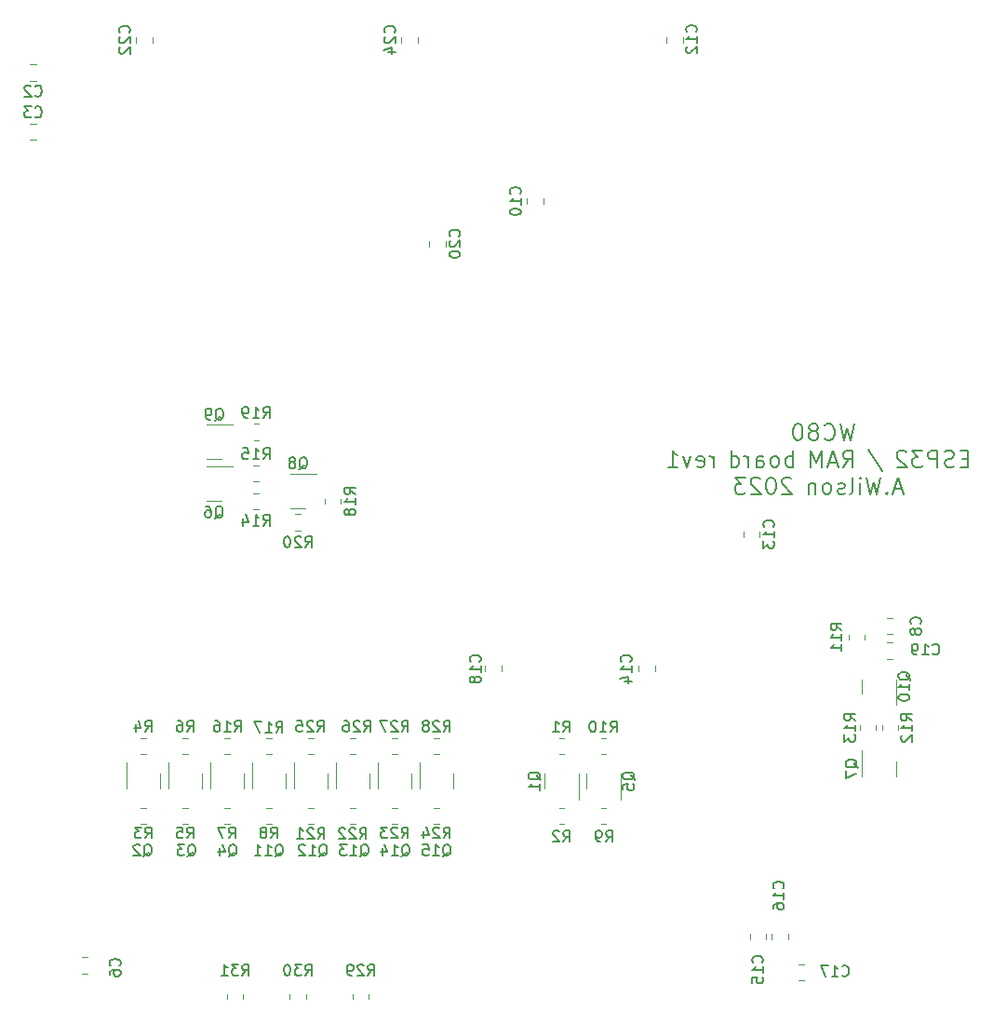
<source format=gbr>
%TF.GenerationSoftware,KiCad,Pcbnew,7.0.0-da2b9df05c~163~ubuntu22.04.1*%
%TF.CreationDate,2023-02-22T18:51:16-05:00*%
%TF.ProjectId,main,6d61696e-2e6b-4696-9361-645f70636258,rev?*%
%TF.SameCoordinates,Original*%
%TF.FileFunction,Legend,Bot*%
%TF.FilePolarity,Positive*%
%FSLAX46Y46*%
G04 Gerber Fmt 4.6, Leading zero omitted, Abs format (unit mm)*
G04 Created by KiCad (PCBNEW 7.0.0-da2b9df05c~163~ubuntu22.04.1) date 2023-02-22 18:51:16*
%MOMM*%
%LPD*%
G01*
G04 APERTURE LIST*
%ADD10C,0.200000*%
%ADD11C,0.150000*%
%ADD12C,0.120000*%
G04 APERTURE END LIST*
D10*
X107771428Y-61871071D02*
X107414285Y-63371071D01*
X107414285Y-63371071D02*
X107128571Y-62299642D01*
X107128571Y-62299642D02*
X106842856Y-63371071D01*
X106842856Y-63371071D02*
X106485714Y-61871071D01*
X105057142Y-63228214D02*
X105128570Y-63299642D01*
X105128570Y-63299642D02*
X105342856Y-63371071D01*
X105342856Y-63371071D02*
X105485713Y-63371071D01*
X105485713Y-63371071D02*
X105699999Y-63299642D01*
X105699999Y-63299642D02*
X105842856Y-63156785D01*
X105842856Y-63156785D02*
X105914285Y-63013928D01*
X105914285Y-63013928D02*
X105985713Y-62728214D01*
X105985713Y-62728214D02*
X105985713Y-62513928D01*
X105985713Y-62513928D02*
X105914285Y-62228214D01*
X105914285Y-62228214D02*
X105842856Y-62085357D01*
X105842856Y-62085357D02*
X105699999Y-61942500D01*
X105699999Y-61942500D02*
X105485713Y-61871071D01*
X105485713Y-61871071D02*
X105342856Y-61871071D01*
X105342856Y-61871071D02*
X105128570Y-61942500D01*
X105128570Y-61942500D02*
X105057142Y-62013928D01*
X104199999Y-62513928D02*
X104342856Y-62442500D01*
X104342856Y-62442500D02*
X104414285Y-62371071D01*
X104414285Y-62371071D02*
X104485713Y-62228214D01*
X104485713Y-62228214D02*
X104485713Y-62156785D01*
X104485713Y-62156785D02*
X104414285Y-62013928D01*
X104414285Y-62013928D02*
X104342856Y-61942500D01*
X104342856Y-61942500D02*
X104199999Y-61871071D01*
X104199999Y-61871071D02*
X103914285Y-61871071D01*
X103914285Y-61871071D02*
X103771428Y-61942500D01*
X103771428Y-61942500D02*
X103699999Y-62013928D01*
X103699999Y-62013928D02*
X103628570Y-62156785D01*
X103628570Y-62156785D02*
X103628570Y-62228214D01*
X103628570Y-62228214D02*
X103699999Y-62371071D01*
X103699999Y-62371071D02*
X103771428Y-62442500D01*
X103771428Y-62442500D02*
X103914285Y-62513928D01*
X103914285Y-62513928D02*
X104199999Y-62513928D01*
X104199999Y-62513928D02*
X104342856Y-62585357D01*
X104342856Y-62585357D02*
X104414285Y-62656785D01*
X104414285Y-62656785D02*
X104485713Y-62799642D01*
X104485713Y-62799642D02*
X104485713Y-63085357D01*
X104485713Y-63085357D02*
X104414285Y-63228214D01*
X104414285Y-63228214D02*
X104342856Y-63299642D01*
X104342856Y-63299642D02*
X104199999Y-63371071D01*
X104199999Y-63371071D02*
X103914285Y-63371071D01*
X103914285Y-63371071D02*
X103771428Y-63299642D01*
X103771428Y-63299642D02*
X103699999Y-63228214D01*
X103699999Y-63228214D02*
X103628570Y-63085357D01*
X103628570Y-63085357D02*
X103628570Y-62799642D01*
X103628570Y-62799642D02*
X103699999Y-62656785D01*
X103699999Y-62656785D02*
X103771428Y-62585357D01*
X103771428Y-62585357D02*
X103914285Y-62513928D01*
X102699999Y-61871071D02*
X102557142Y-61871071D01*
X102557142Y-61871071D02*
X102414285Y-61942500D01*
X102414285Y-61942500D02*
X102342857Y-62013928D01*
X102342857Y-62013928D02*
X102271428Y-62156785D01*
X102271428Y-62156785D02*
X102199999Y-62442500D01*
X102199999Y-62442500D02*
X102199999Y-62799642D01*
X102199999Y-62799642D02*
X102271428Y-63085357D01*
X102271428Y-63085357D02*
X102342857Y-63228214D01*
X102342857Y-63228214D02*
X102414285Y-63299642D01*
X102414285Y-63299642D02*
X102557142Y-63371071D01*
X102557142Y-63371071D02*
X102699999Y-63371071D01*
X102699999Y-63371071D02*
X102842857Y-63299642D01*
X102842857Y-63299642D02*
X102914285Y-63228214D01*
X102914285Y-63228214D02*
X102985714Y-63085357D01*
X102985714Y-63085357D02*
X103057142Y-62799642D01*
X103057142Y-62799642D02*
X103057142Y-62442500D01*
X103057142Y-62442500D02*
X102985714Y-62156785D01*
X102985714Y-62156785D02*
X102914285Y-62013928D01*
X102914285Y-62013928D02*
X102842857Y-61942500D01*
X102842857Y-61942500D02*
X102699999Y-61871071D01*
X118121427Y-65015357D02*
X117621427Y-65015357D01*
X117407141Y-65801071D02*
X118121427Y-65801071D01*
X118121427Y-65801071D02*
X118121427Y-64301071D01*
X118121427Y-64301071D02*
X117407141Y-64301071D01*
X116835712Y-65729642D02*
X116621427Y-65801071D01*
X116621427Y-65801071D02*
X116264284Y-65801071D01*
X116264284Y-65801071D02*
X116121427Y-65729642D01*
X116121427Y-65729642D02*
X116049998Y-65658214D01*
X116049998Y-65658214D02*
X115978569Y-65515357D01*
X115978569Y-65515357D02*
X115978569Y-65372500D01*
X115978569Y-65372500D02*
X116049998Y-65229642D01*
X116049998Y-65229642D02*
X116121427Y-65158214D01*
X116121427Y-65158214D02*
X116264284Y-65086785D01*
X116264284Y-65086785D02*
X116549998Y-65015357D01*
X116549998Y-65015357D02*
X116692855Y-64943928D01*
X116692855Y-64943928D02*
X116764284Y-64872500D01*
X116764284Y-64872500D02*
X116835712Y-64729642D01*
X116835712Y-64729642D02*
X116835712Y-64586785D01*
X116835712Y-64586785D02*
X116764284Y-64443928D01*
X116764284Y-64443928D02*
X116692855Y-64372500D01*
X116692855Y-64372500D02*
X116549998Y-64301071D01*
X116549998Y-64301071D02*
X116192855Y-64301071D01*
X116192855Y-64301071D02*
X115978569Y-64372500D01*
X115335713Y-65801071D02*
X115335713Y-64301071D01*
X115335713Y-64301071D02*
X114764284Y-64301071D01*
X114764284Y-64301071D02*
X114621427Y-64372500D01*
X114621427Y-64372500D02*
X114549998Y-64443928D01*
X114549998Y-64443928D02*
X114478570Y-64586785D01*
X114478570Y-64586785D02*
X114478570Y-64801071D01*
X114478570Y-64801071D02*
X114549998Y-64943928D01*
X114549998Y-64943928D02*
X114621427Y-65015357D01*
X114621427Y-65015357D02*
X114764284Y-65086785D01*
X114764284Y-65086785D02*
X115335713Y-65086785D01*
X113978570Y-64301071D02*
X113049998Y-64301071D01*
X113049998Y-64301071D02*
X113549998Y-64872500D01*
X113549998Y-64872500D02*
X113335713Y-64872500D01*
X113335713Y-64872500D02*
X113192856Y-64943928D01*
X113192856Y-64943928D02*
X113121427Y-65015357D01*
X113121427Y-65015357D02*
X113049998Y-65158214D01*
X113049998Y-65158214D02*
X113049998Y-65515357D01*
X113049998Y-65515357D02*
X113121427Y-65658214D01*
X113121427Y-65658214D02*
X113192856Y-65729642D01*
X113192856Y-65729642D02*
X113335713Y-65801071D01*
X113335713Y-65801071D02*
X113764284Y-65801071D01*
X113764284Y-65801071D02*
X113907141Y-65729642D01*
X113907141Y-65729642D02*
X113978570Y-65658214D01*
X112478570Y-64443928D02*
X112407142Y-64372500D01*
X112407142Y-64372500D02*
X112264285Y-64301071D01*
X112264285Y-64301071D02*
X111907142Y-64301071D01*
X111907142Y-64301071D02*
X111764285Y-64372500D01*
X111764285Y-64372500D02*
X111692856Y-64443928D01*
X111692856Y-64443928D02*
X111621427Y-64586785D01*
X111621427Y-64586785D02*
X111621427Y-64729642D01*
X111621427Y-64729642D02*
X111692856Y-64943928D01*
X111692856Y-64943928D02*
X112549999Y-65801071D01*
X112549999Y-65801071D02*
X111621427Y-65801071D01*
X109007142Y-64229642D02*
X110292856Y-66158214D01*
X106749999Y-65801071D02*
X107249999Y-65086785D01*
X107607142Y-65801071D02*
X107607142Y-64301071D01*
X107607142Y-64301071D02*
X107035713Y-64301071D01*
X107035713Y-64301071D02*
X106892856Y-64372500D01*
X106892856Y-64372500D02*
X106821427Y-64443928D01*
X106821427Y-64443928D02*
X106749999Y-64586785D01*
X106749999Y-64586785D02*
X106749999Y-64801071D01*
X106749999Y-64801071D02*
X106821427Y-64943928D01*
X106821427Y-64943928D02*
X106892856Y-65015357D01*
X106892856Y-65015357D02*
X107035713Y-65086785D01*
X107035713Y-65086785D02*
X107607142Y-65086785D01*
X106178570Y-65372500D02*
X105464285Y-65372500D01*
X106321427Y-65801071D02*
X105821427Y-64301071D01*
X105821427Y-64301071D02*
X105321427Y-65801071D01*
X104821428Y-65801071D02*
X104821428Y-64301071D01*
X104821428Y-64301071D02*
X104321428Y-65372500D01*
X104321428Y-65372500D02*
X103821428Y-64301071D01*
X103821428Y-64301071D02*
X103821428Y-65801071D01*
X102207142Y-65801071D02*
X102207142Y-64301071D01*
X102207142Y-64872500D02*
X102064285Y-64801071D01*
X102064285Y-64801071D02*
X101778570Y-64801071D01*
X101778570Y-64801071D02*
X101635713Y-64872500D01*
X101635713Y-64872500D02*
X101564285Y-64943928D01*
X101564285Y-64943928D02*
X101492856Y-65086785D01*
X101492856Y-65086785D02*
X101492856Y-65515357D01*
X101492856Y-65515357D02*
X101564285Y-65658214D01*
X101564285Y-65658214D02*
X101635713Y-65729642D01*
X101635713Y-65729642D02*
X101778570Y-65801071D01*
X101778570Y-65801071D02*
X102064285Y-65801071D01*
X102064285Y-65801071D02*
X102207142Y-65729642D01*
X100635713Y-65801071D02*
X100778570Y-65729642D01*
X100778570Y-65729642D02*
X100849999Y-65658214D01*
X100849999Y-65658214D02*
X100921427Y-65515357D01*
X100921427Y-65515357D02*
X100921427Y-65086785D01*
X100921427Y-65086785D02*
X100849999Y-64943928D01*
X100849999Y-64943928D02*
X100778570Y-64872500D01*
X100778570Y-64872500D02*
X100635713Y-64801071D01*
X100635713Y-64801071D02*
X100421427Y-64801071D01*
X100421427Y-64801071D02*
X100278570Y-64872500D01*
X100278570Y-64872500D02*
X100207142Y-64943928D01*
X100207142Y-64943928D02*
X100135713Y-65086785D01*
X100135713Y-65086785D02*
X100135713Y-65515357D01*
X100135713Y-65515357D02*
X100207142Y-65658214D01*
X100207142Y-65658214D02*
X100278570Y-65729642D01*
X100278570Y-65729642D02*
X100421427Y-65801071D01*
X100421427Y-65801071D02*
X100635713Y-65801071D01*
X98849999Y-65801071D02*
X98849999Y-65015357D01*
X98849999Y-65015357D02*
X98921427Y-64872500D01*
X98921427Y-64872500D02*
X99064284Y-64801071D01*
X99064284Y-64801071D02*
X99349999Y-64801071D01*
X99349999Y-64801071D02*
X99492856Y-64872500D01*
X98849999Y-65729642D02*
X98992856Y-65801071D01*
X98992856Y-65801071D02*
X99349999Y-65801071D01*
X99349999Y-65801071D02*
X99492856Y-65729642D01*
X99492856Y-65729642D02*
X99564284Y-65586785D01*
X99564284Y-65586785D02*
X99564284Y-65443928D01*
X99564284Y-65443928D02*
X99492856Y-65301071D01*
X99492856Y-65301071D02*
X99349999Y-65229642D01*
X99349999Y-65229642D02*
X98992856Y-65229642D01*
X98992856Y-65229642D02*
X98849999Y-65158214D01*
X98135713Y-65801071D02*
X98135713Y-64801071D01*
X98135713Y-65086785D02*
X98064284Y-64943928D01*
X98064284Y-64943928D02*
X97992856Y-64872500D01*
X97992856Y-64872500D02*
X97849998Y-64801071D01*
X97849998Y-64801071D02*
X97707141Y-64801071D01*
X96564285Y-65801071D02*
X96564285Y-64301071D01*
X96564285Y-65729642D02*
X96707142Y-65801071D01*
X96707142Y-65801071D02*
X96992856Y-65801071D01*
X96992856Y-65801071D02*
X97135713Y-65729642D01*
X97135713Y-65729642D02*
X97207142Y-65658214D01*
X97207142Y-65658214D02*
X97278570Y-65515357D01*
X97278570Y-65515357D02*
X97278570Y-65086785D01*
X97278570Y-65086785D02*
X97207142Y-64943928D01*
X97207142Y-64943928D02*
X97135713Y-64872500D01*
X97135713Y-64872500D02*
X96992856Y-64801071D01*
X96992856Y-64801071D02*
X96707142Y-64801071D01*
X96707142Y-64801071D02*
X96564285Y-64872500D01*
X94949999Y-65801071D02*
X94949999Y-64801071D01*
X94949999Y-65086785D02*
X94878570Y-64943928D01*
X94878570Y-64943928D02*
X94807142Y-64872500D01*
X94807142Y-64872500D02*
X94664284Y-64801071D01*
X94664284Y-64801071D02*
X94521427Y-64801071D01*
X93449999Y-65729642D02*
X93592856Y-65801071D01*
X93592856Y-65801071D02*
X93878571Y-65801071D01*
X93878571Y-65801071D02*
X94021428Y-65729642D01*
X94021428Y-65729642D02*
X94092856Y-65586785D01*
X94092856Y-65586785D02*
X94092856Y-65015357D01*
X94092856Y-65015357D02*
X94021428Y-64872500D01*
X94021428Y-64872500D02*
X93878571Y-64801071D01*
X93878571Y-64801071D02*
X93592856Y-64801071D01*
X93592856Y-64801071D02*
X93449999Y-64872500D01*
X93449999Y-64872500D02*
X93378571Y-65015357D01*
X93378571Y-65015357D02*
X93378571Y-65158214D01*
X93378571Y-65158214D02*
X94092856Y-65301071D01*
X92878571Y-64801071D02*
X92521428Y-65801071D01*
X92521428Y-65801071D02*
X92164285Y-64801071D01*
X90807142Y-65801071D02*
X91664285Y-65801071D01*
X91235714Y-65801071D02*
X91235714Y-64301071D01*
X91235714Y-64301071D02*
X91378571Y-64515357D01*
X91378571Y-64515357D02*
X91521428Y-64658214D01*
X91521428Y-64658214D02*
X91664285Y-64729642D01*
X112092856Y-67802500D02*
X111378571Y-67802500D01*
X112235713Y-68231071D02*
X111735713Y-66731071D01*
X111735713Y-66731071D02*
X111235713Y-68231071D01*
X110735714Y-68088214D02*
X110664285Y-68159642D01*
X110664285Y-68159642D02*
X110735714Y-68231071D01*
X110735714Y-68231071D02*
X110807142Y-68159642D01*
X110807142Y-68159642D02*
X110735714Y-68088214D01*
X110735714Y-68088214D02*
X110735714Y-68231071D01*
X110164285Y-66731071D02*
X109807142Y-68231071D01*
X109807142Y-68231071D02*
X109521428Y-67159642D01*
X109521428Y-67159642D02*
X109235713Y-68231071D01*
X109235713Y-68231071D02*
X108878571Y-66731071D01*
X108307142Y-68231071D02*
X108307142Y-67231071D01*
X108307142Y-66731071D02*
X108378570Y-66802500D01*
X108378570Y-66802500D02*
X108307142Y-66873928D01*
X108307142Y-66873928D02*
X108235713Y-66802500D01*
X108235713Y-66802500D02*
X108307142Y-66731071D01*
X108307142Y-66731071D02*
X108307142Y-66873928D01*
X107378570Y-68231071D02*
X107521427Y-68159642D01*
X107521427Y-68159642D02*
X107592856Y-68016785D01*
X107592856Y-68016785D02*
X107592856Y-66731071D01*
X106878570Y-68159642D02*
X106735713Y-68231071D01*
X106735713Y-68231071D02*
X106449999Y-68231071D01*
X106449999Y-68231071D02*
X106307142Y-68159642D01*
X106307142Y-68159642D02*
X106235713Y-68016785D01*
X106235713Y-68016785D02*
X106235713Y-67945357D01*
X106235713Y-67945357D02*
X106307142Y-67802500D01*
X106307142Y-67802500D02*
X106449999Y-67731071D01*
X106449999Y-67731071D02*
X106664285Y-67731071D01*
X106664285Y-67731071D02*
X106807142Y-67659642D01*
X106807142Y-67659642D02*
X106878570Y-67516785D01*
X106878570Y-67516785D02*
X106878570Y-67445357D01*
X106878570Y-67445357D02*
X106807142Y-67302500D01*
X106807142Y-67302500D02*
X106664285Y-67231071D01*
X106664285Y-67231071D02*
X106449999Y-67231071D01*
X106449999Y-67231071D02*
X106307142Y-67302500D01*
X105378570Y-68231071D02*
X105521427Y-68159642D01*
X105521427Y-68159642D02*
X105592856Y-68088214D01*
X105592856Y-68088214D02*
X105664284Y-67945357D01*
X105664284Y-67945357D02*
X105664284Y-67516785D01*
X105664284Y-67516785D02*
X105592856Y-67373928D01*
X105592856Y-67373928D02*
X105521427Y-67302500D01*
X105521427Y-67302500D02*
X105378570Y-67231071D01*
X105378570Y-67231071D02*
X105164284Y-67231071D01*
X105164284Y-67231071D02*
X105021427Y-67302500D01*
X105021427Y-67302500D02*
X104949999Y-67373928D01*
X104949999Y-67373928D02*
X104878570Y-67516785D01*
X104878570Y-67516785D02*
X104878570Y-67945357D01*
X104878570Y-67945357D02*
X104949999Y-68088214D01*
X104949999Y-68088214D02*
X105021427Y-68159642D01*
X105021427Y-68159642D02*
X105164284Y-68231071D01*
X105164284Y-68231071D02*
X105378570Y-68231071D01*
X104235713Y-67231071D02*
X104235713Y-68231071D01*
X104235713Y-67373928D02*
X104164284Y-67302500D01*
X104164284Y-67302500D02*
X104021427Y-67231071D01*
X104021427Y-67231071D02*
X103807141Y-67231071D01*
X103807141Y-67231071D02*
X103664284Y-67302500D01*
X103664284Y-67302500D02*
X103592856Y-67445357D01*
X103592856Y-67445357D02*
X103592856Y-68231071D01*
X102049998Y-66873928D02*
X101978570Y-66802500D01*
X101978570Y-66802500D02*
X101835713Y-66731071D01*
X101835713Y-66731071D02*
X101478570Y-66731071D01*
X101478570Y-66731071D02*
X101335713Y-66802500D01*
X101335713Y-66802500D02*
X101264284Y-66873928D01*
X101264284Y-66873928D02*
X101192855Y-67016785D01*
X101192855Y-67016785D02*
X101192855Y-67159642D01*
X101192855Y-67159642D02*
X101264284Y-67373928D01*
X101264284Y-67373928D02*
X102121427Y-68231071D01*
X102121427Y-68231071D02*
X101192855Y-68231071D01*
X100264284Y-66731071D02*
X100121427Y-66731071D01*
X100121427Y-66731071D02*
X99978570Y-66802500D01*
X99978570Y-66802500D02*
X99907142Y-66873928D01*
X99907142Y-66873928D02*
X99835713Y-67016785D01*
X99835713Y-67016785D02*
X99764284Y-67302500D01*
X99764284Y-67302500D02*
X99764284Y-67659642D01*
X99764284Y-67659642D02*
X99835713Y-67945357D01*
X99835713Y-67945357D02*
X99907142Y-68088214D01*
X99907142Y-68088214D02*
X99978570Y-68159642D01*
X99978570Y-68159642D02*
X100121427Y-68231071D01*
X100121427Y-68231071D02*
X100264284Y-68231071D01*
X100264284Y-68231071D02*
X100407142Y-68159642D01*
X100407142Y-68159642D02*
X100478570Y-68088214D01*
X100478570Y-68088214D02*
X100549999Y-67945357D01*
X100549999Y-67945357D02*
X100621427Y-67659642D01*
X100621427Y-67659642D02*
X100621427Y-67302500D01*
X100621427Y-67302500D02*
X100549999Y-67016785D01*
X100549999Y-67016785D02*
X100478570Y-66873928D01*
X100478570Y-66873928D02*
X100407142Y-66802500D01*
X100407142Y-66802500D02*
X100264284Y-66731071D01*
X99192856Y-66873928D02*
X99121428Y-66802500D01*
X99121428Y-66802500D02*
X98978571Y-66731071D01*
X98978571Y-66731071D02*
X98621428Y-66731071D01*
X98621428Y-66731071D02*
X98478571Y-66802500D01*
X98478571Y-66802500D02*
X98407142Y-66873928D01*
X98407142Y-66873928D02*
X98335713Y-67016785D01*
X98335713Y-67016785D02*
X98335713Y-67159642D01*
X98335713Y-67159642D02*
X98407142Y-67373928D01*
X98407142Y-67373928D02*
X99264285Y-68231071D01*
X99264285Y-68231071D02*
X98335713Y-68231071D01*
X97835714Y-66731071D02*
X96907142Y-66731071D01*
X96907142Y-66731071D02*
X97407142Y-67302500D01*
X97407142Y-67302500D02*
X97192857Y-67302500D01*
X97192857Y-67302500D02*
X97050000Y-67373928D01*
X97050000Y-67373928D02*
X96978571Y-67445357D01*
X96978571Y-67445357D02*
X96907142Y-67588214D01*
X96907142Y-67588214D02*
X96907142Y-67945357D01*
X96907142Y-67945357D02*
X96978571Y-68088214D01*
X96978571Y-68088214D02*
X97050000Y-68159642D01*
X97050000Y-68159642D02*
X97192857Y-68231071D01*
X97192857Y-68231071D02*
X97621428Y-68231071D01*
X97621428Y-68231071D02*
X97764285Y-68159642D01*
X97764285Y-68159642D02*
X97835714Y-68088214D01*
D11*
%TO.C,C12*%
X93363142Y-26220142D02*
X93410761Y-26172523D01*
X93410761Y-26172523D02*
X93458380Y-26029666D01*
X93458380Y-26029666D02*
X93458380Y-25934428D01*
X93458380Y-25934428D02*
X93410761Y-25791571D01*
X93410761Y-25791571D02*
X93315523Y-25696333D01*
X93315523Y-25696333D02*
X93220285Y-25648714D01*
X93220285Y-25648714D02*
X93029809Y-25601095D01*
X93029809Y-25601095D02*
X92886952Y-25601095D01*
X92886952Y-25601095D02*
X92696476Y-25648714D01*
X92696476Y-25648714D02*
X92601238Y-25696333D01*
X92601238Y-25696333D02*
X92506000Y-25791571D01*
X92506000Y-25791571D02*
X92458380Y-25934428D01*
X92458380Y-25934428D02*
X92458380Y-26029666D01*
X92458380Y-26029666D02*
X92506000Y-26172523D01*
X92506000Y-26172523D02*
X92553619Y-26220142D01*
X93458380Y-27172523D02*
X93458380Y-26601095D01*
X93458380Y-26886809D02*
X92458380Y-26886809D01*
X92458380Y-26886809D02*
X92601238Y-26791571D01*
X92601238Y-26791571D02*
X92696476Y-26696333D01*
X92696476Y-26696333D02*
X92744095Y-26601095D01*
X92553619Y-27553476D02*
X92506000Y-27601095D01*
X92506000Y-27601095D02*
X92458380Y-27696333D01*
X92458380Y-27696333D02*
X92458380Y-27934428D01*
X92458380Y-27934428D02*
X92506000Y-28029666D01*
X92506000Y-28029666D02*
X92553619Y-28077285D01*
X92553619Y-28077285D02*
X92648857Y-28124904D01*
X92648857Y-28124904D02*
X92744095Y-28124904D01*
X92744095Y-28124904D02*
X92886952Y-28077285D01*
X92886952Y-28077285D02*
X93458380Y-27505857D01*
X93458380Y-27505857D02*
X93458380Y-28124904D01*
%TO.C,C13*%
X100377142Y-71239142D02*
X100424761Y-71191523D01*
X100424761Y-71191523D02*
X100472380Y-71048666D01*
X100472380Y-71048666D02*
X100472380Y-70953428D01*
X100472380Y-70953428D02*
X100424761Y-70810571D01*
X100424761Y-70810571D02*
X100329523Y-70715333D01*
X100329523Y-70715333D02*
X100234285Y-70667714D01*
X100234285Y-70667714D02*
X100043809Y-70620095D01*
X100043809Y-70620095D02*
X99900952Y-70620095D01*
X99900952Y-70620095D02*
X99710476Y-70667714D01*
X99710476Y-70667714D02*
X99615238Y-70715333D01*
X99615238Y-70715333D02*
X99520000Y-70810571D01*
X99520000Y-70810571D02*
X99472380Y-70953428D01*
X99472380Y-70953428D02*
X99472380Y-71048666D01*
X99472380Y-71048666D02*
X99520000Y-71191523D01*
X99520000Y-71191523D02*
X99567619Y-71239142D01*
X100472380Y-72191523D02*
X100472380Y-71620095D01*
X100472380Y-71905809D02*
X99472380Y-71905809D01*
X99472380Y-71905809D02*
X99615238Y-71810571D01*
X99615238Y-71810571D02*
X99710476Y-71715333D01*
X99710476Y-71715333D02*
X99758095Y-71620095D01*
X99472380Y-72524857D02*
X99472380Y-73143904D01*
X99472380Y-73143904D02*
X99853333Y-72810571D01*
X99853333Y-72810571D02*
X99853333Y-72953428D01*
X99853333Y-72953428D02*
X99900952Y-73048666D01*
X99900952Y-73048666D02*
X99948571Y-73096285D01*
X99948571Y-73096285D02*
X100043809Y-73143904D01*
X100043809Y-73143904D02*
X100281904Y-73143904D01*
X100281904Y-73143904D02*
X100377142Y-73096285D01*
X100377142Y-73096285D02*
X100424761Y-73048666D01*
X100424761Y-73048666D02*
X100472380Y-72953428D01*
X100472380Y-72953428D02*
X100472380Y-72667714D01*
X100472380Y-72667714D02*
X100424761Y-72572476D01*
X100424761Y-72572476D02*
X100377142Y-72524857D01*
%TO.C,C14*%
X87394142Y-83497142D02*
X87441761Y-83449523D01*
X87441761Y-83449523D02*
X87489380Y-83306666D01*
X87489380Y-83306666D02*
X87489380Y-83211428D01*
X87489380Y-83211428D02*
X87441761Y-83068571D01*
X87441761Y-83068571D02*
X87346523Y-82973333D01*
X87346523Y-82973333D02*
X87251285Y-82925714D01*
X87251285Y-82925714D02*
X87060809Y-82878095D01*
X87060809Y-82878095D02*
X86917952Y-82878095D01*
X86917952Y-82878095D02*
X86727476Y-82925714D01*
X86727476Y-82925714D02*
X86632238Y-82973333D01*
X86632238Y-82973333D02*
X86537000Y-83068571D01*
X86537000Y-83068571D02*
X86489380Y-83211428D01*
X86489380Y-83211428D02*
X86489380Y-83306666D01*
X86489380Y-83306666D02*
X86537000Y-83449523D01*
X86537000Y-83449523D02*
X86584619Y-83497142D01*
X87489380Y-84449523D02*
X87489380Y-83878095D01*
X87489380Y-84163809D02*
X86489380Y-84163809D01*
X86489380Y-84163809D02*
X86632238Y-84068571D01*
X86632238Y-84068571D02*
X86727476Y-83973333D01*
X86727476Y-83973333D02*
X86775095Y-83878095D01*
X86822714Y-85306666D02*
X87489380Y-85306666D01*
X86441761Y-85068571D02*
X87156047Y-84830476D01*
X87156047Y-84830476D02*
X87156047Y-85449523D01*
%TO.C,C18*%
X73678142Y-83497142D02*
X73725761Y-83449523D01*
X73725761Y-83449523D02*
X73773380Y-83306666D01*
X73773380Y-83306666D02*
X73773380Y-83211428D01*
X73773380Y-83211428D02*
X73725761Y-83068571D01*
X73725761Y-83068571D02*
X73630523Y-82973333D01*
X73630523Y-82973333D02*
X73535285Y-82925714D01*
X73535285Y-82925714D02*
X73344809Y-82878095D01*
X73344809Y-82878095D02*
X73201952Y-82878095D01*
X73201952Y-82878095D02*
X73011476Y-82925714D01*
X73011476Y-82925714D02*
X72916238Y-82973333D01*
X72916238Y-82973333D02*
X72821000Y-83068571D01*
X72821000Y-83068571D02*
X72773380Y-83211428D01*
X72773380Y-83211428D02*
X72773380Y-83306666D01*
X72773380Y-83306666D02*
X72821000Y-83449523D01*
X72821000Y-83449523D02*
X72868619Y-83497142D01*
X73773380Y-84449523D02*
X73773380Y-83878095D01*
X73773380Y-84163809D02*
X72773380Y-84163809D01*
X72773380Y-84163809D02*
X72916238Y-84068571D01*
X72916238Y-84068571D02*
X73011476Y-83973333D01*
X73011476Y-83973333D02*
X73059095Y-83878095D01*
X73201952Y-85020952D02*
X73154333Y-84925714D01*
X73154333Y-84925714D02*
X73106714Y-84878095D01*
X73106714Y-84878095D02*
X73011476Y-84830476D01*
X73011476Y-84830476D02*
X72963857Y-84830476D01*
X72963857Y-84830476D02*
X72868619Y-84878095D01*
X72868619Y-84878095D02*
X72821000Y-84925714D01*
X72821000Y-84925714D02*
X72773380Y-85020952D01*
X72773380Y-85020952D02*
X72773380Y-85211428D01*
X72773380Y-85211428D02*
X72821000Y-85306666D01*
X72821000Y-85306666D02*
X72868619Y-85354285D01*
X72868619Y-85354285D02*
X72963857Y-85401904D01*
X72963857Y-85401904D02*
X73011476Y-85401904D01*
X73011476Y-85401904D02*
X73106714Y-85354285D01*
X73106714Y-85354285D02*
X73154333Y-85306666D01*
X73154333Y-85306666D02*
X73201952Y-85211428D01*
X73201952Y-85211428D02*
X73201952Y-85020952D01*
X73201952Y-85020952D02*
X73249571Y-84925714D01*
X73249571Y-84925714D02*
X73297190Y-84878095D01*
X73297190Y-84878095D02*
X73392428Y-84830476D01*
X73392428Y-84830476D02*
X73582904Y-84830476D01*
X73582904Y-84830476D02*
X73678142Y-84878095D01*
X73678142Y-84878095D02*
X73725761Y-84925714D01*
X73725761Y-84925714D02*
X73773380Y-85020952D01*
X73773380Y-85020952D02*
X73773380Y-85211428D01*
X73773380Y-85211428D02*
X73725761Y-85306666D01*
X73725761Y-85306666D02*
X73678142Y-85354285D01*
X73678142Y-85354285D02*
X73582904Y-85401904D01*
X73582904Y-85401904D02*
X73392428Y-85401904D01*
X73392428Y-85401904D02*
X73297190Y-85354285D01*
X73297190Y-85354285D02*
X73249571Y-85306666D01*
X73249571Y-85306666D02*
X73201952Y-85211428D01*
%TO.C,C2*%
X33220566Y-31983142D02*
X33268185Y-32030761D01*
X33268185Y-32030761D02*
X33411042Y-32078380D01*
X33411042Y-32078380D02*
X33506280Y-32078380D01*
X33506280Y-32078380D02*
X33649137Y-32030761D01*
X33649137Y-32030761D02*
X33744375Y-31935523D01*
X33744375Y-31935523D02*
X33791994Y-31840285D01*
X33791994Y-31840285D02*
X33839613Y-31649809D01*
X33839613Y-31649809D02*
X33839613Y-31506952D01*
X33839613Y-31506952D02*
X33791994Y-31316476D01*
X33791994Y-31316476D02*
X33744375Y-31221238D01*
X33744375Y-31221238D02*
X33649137Y-31126000D01*
X33649137Y-31126000D02*
X33506280Y-31078380D01*
X33506280Y-31078380D02*
X33411042Y-31078380D01*
X33411042Y-31078380D02*
X33268185Y-31126000D01*
X33268185Y-31126000D02*
X33220566Y-31173619D01*
X32839613Y-31173619D02*
X32791994Y-31126000D01*
X32791994Y-31126000D02*
X32696756Y-31078380D01*
X32696756Y-31078380D02*
X32458661Y-31078380D01*
X32458661Y-31078380D02*
X32363423Y-31126000D01*
X32363423Y-31126000D02*
X32315804Y-31173619D01*
X32315804Y-31173619D02*
X32268185Y-31268857D01*
X32268185Y-31268857D02*
X32268185Y-31364095D01*
X32268185Y-31364095D02*
X32315804Y-31506952D01*
X32315804Y-31506952D02*
X32887232Y-32078380D01*
X32887232Y-32078380D02*
X32268185Y-32078380D01*
%TO.C,C3*%
X33220566Y-33908342D02*
X33268185Y-33955961D01*
X33268185Y-33955961D02*
X33411042Y-34003580D01*
X33411042Y-34003580D02*
X33506280Y-34003580D01*
X33506280Y-34003580D02*
X33649137Y-33955961D01*
X33649137Y-33955961D02*
X33744375Y-33860723D01*
X33744375Y-33860723D02*
X33791994Y-33765485D01*
X33791994Y-33765485D02*
X33839613Y-33575009D01*
X33839613Y-33575009D02*
X33839613Y-33432152D01*
X33839613Y-33432152D02*
X33791994Y-33241676D01*
X33791994Y-33241676D02*
X33744375Y-33146438D01*
X33744375Y-33146438D02*
X33649137Y-33051200D01*
X33649137Y-33051200D02*
X33506280Y-33003580D01*
X33506280Y-33003580D02*
X33411042Y-33003580D01*
X33411042Y-33003580D02*
X33268185Y-33051200D01*
X33268185Y-33051200D02*
X33220566Y-33098819D01*
X32887232Y-33003580D02*
X32268185Y-33003580D01*
X32268185Y-33003580D02*
X32601518Y-33384533D01*
X32601518Y-33384533D02*
X32458661Y-33384533D01*
X32458661Y-33384533D02*
X32363423Y-33432152D01*
X32363423Y-33432152D02*
X32315804Y-33479771D01*
X32315804Y-33479771D02*
X32268185Y-33575009D01*
X32268185Y-33575009D02*
X32268185Y-33813104D01*
X32268185Y-33813104D02*
X32315804Y-33908342D01*
X32315804Y-33908342D02*
X32363423Y-33955961D01*
X32363423Y-33955961D02*
X32458661Y-34003580D01*
X32458661Y-34003580D02*
X32744375Y-34003580D01*
X32744375Y-34003580D02*
X32839613Y-33955961D01*
X32839613Y-33955961D02*
X32887232Y-33908342D01*
%TO.C,R19*%
X53986857Y-61328380D02*
X54320190Y-60852190D01*
X54558285Y-61328380D02*
X54558285Y-60328380D01*
X54558285Y-60328380D02*
X54177333Y-60328380D01*
X54177333Y-60328380D02*
X54082095Y-60376000D01*
X54082095Y-60376000D02*
X54034476Y-60423619D01*
X54034476Y-60423619D02*
X53986857Y-60518857D01*
X53986857Y-60518857D02*
X53986857Y-60661714D01*
X53986857Y-60661714D02*
X54034476Y-60756952D01*
X54034476Y-60756952D02*
X54082095Y-60804571D01*
X54082095Y-60804571D02*
X54177333Y-60852190D01*
X54177333Y-60852190D02*
X54558285Y-60852190D01*
X53034476Y-61328380D02*
X53605904Y-61328380D01*
X53320190Y-61328380D02*
X53320190Y-60328380D01*
X53320190Y-60328380D02*
X53415428Y-60471238D01*
X53415428Y-60471238D02*
X53510666Y-60566476D01*
X53510666Y-60566476D02*
X53605904Y-60614095D01*
X52558285Y-61328380D02*
X52367809Y-61328380D01*
X52367809Y-61328380D02*
X52272571Y-61280761D01*
X52272571Y-61280761D02*
X52224952Y-61233142D01*
X52224952Y-61233142D02*
X52129714Y-61090285D01*
X52129714Y-61090285D02*
X52082095Y-60899809D01*
X52082095Y-60899809D02*
X52082095Y-60518857D01*
X52082095Y-60518857D02*
X52129714Y-60423619D01*
X52129714Y-60423619D02*
X52177333Y-60376000D01*
X52177333Y-60376000D02*
X52272571Y-60328380D01*
X52272571Y-60328380D02*
X52463047Y-60328380D01*
X52463047Y-60328380D02*
X52558285Y-60376000D01*
X52558285Y-60376000D02*
X52605904Y-60423619D01*
X52605904Y-60423619D02*
X52653523Y-60518857D01*
X52653523Y-60518857D02*
X52653523Y-60756952D01*
X52653523Y-60756952D02*
X52605904Y-60852190D01*
X52605904Y-60852190D02*
X52558285Y-60899809D01*
X52558285Y-60899809D02*
X52463047Y-60947428D01*
X52463047Y-60947428D02*
X52272571Y-60947428D01*
X52272571Y-60947428D02*
X52177333Y-60899809D01*
X52177333Y-60899809D02*
X52129714Y-60852190D01*
X52129714Y-60852190D02*
X52082095Y-60756952D01*
%TO.C,R14*%
X53982857Y-71117380D02*
X54316190Y-70641190D01*
X54554285Y-71117380D02*
X54554285Y-70117380D01*
X54554285Y-70117380D02*
X54173333Y-70117380D01*
X54173333Y-70117380D02*
X54078095Y-70165000D01*
X54078095Y-70165000D02*
X54030476Y-70212619D01*
X54030476Y-70212619D02*
X53982857Y-70307857D01*
X53982857Y-70307857D02*
X53982857Y-70450714D01*
X53982857Y-70450714D02*
X54030476Y-70545952D01*
X54030476Y-70545952D02*
X54078095Y-70593571D01*
X54078095Y-70593571D02*
X54173333Y-70641190D01*
X54173333Y-70641190D02*
X54554285Y-70641190D01*
X53030476Y-71117380D02*
X53601904Y-71117380D01*
X53316190Y-71117380D02*
X53316190Y-70117380D01*
X53316190Y-70117380D02*
X53411428Y-70260238D01*
X53411428Y-70260238D02*
X53506666Y-70355476D01*
X53506666Y-70355476D02*
X53601904Y-70403095D01*
X52173333Y-70450714D02*
X52173333Y-71117380D01*
X52411428Y-70069761D02*
X52649523Y-70784047D01*
X52649523Y-70784047D02*
X52030476Y-70784047D01*
%TO.C,R15*%
X53982857Y-65077380D02*
X54316190Y-64601190D01*
X54554285Y-65077380D02*
X54554285Y-64077380D01*
X54554285Y-64077380D02*
X54173333Y-64077380D01*
X54173333Y-64077380D02*
X54078095Y-64125000D01*
X54078095Y-64125000D02*
X54030476Y-64172619D01*
X54030476Y-64172619D02*
X53982857Y-64267857D01*
X53982857Y-64267857D02*
X53982857Y-64410714D01*
X53982857Y-64410714D02*
X54030476Y-64505952D01*
X54030476Y-64505952D02*
X54078095Y-64553571D01*
X54078095Y-64553571D02*
X54173333Y-64601190D01*
X54173333Y-64601190D02*
X54554285Y-64601190D01*
X53030476Y-65077380D02*
X53601904Y-65077380D01*
X53316190Y-65077380D02*
X53316190Y-64077380D01*
X53316190Y-64077380D02*
X53411428Y-64220238D01*
X53411428Y-64220238D02*
X53506666Y-64315476D01*
X53506666Y-64315476D02*
X53601904Y-64363095D01*
X52125714Y-64077380D02*
X52601904Y-64077380D01*
X52601904Y-64077380D02*
X52649523Y-64553571D01*
X52649523Y-64553571D02*
X52601904Y-64505952D01*
X52601904Y-64505952D02*
X52506666Y-64458333D01*
X52506666Y-64458333D02*
X52268571Y-64458333D01*
X52268571Y-64458333D02*
X52173333Y-64505952D01*
X52173333Y-64505952D02*
X52125714Y-64553571D01*
X52125714Y-64553571D02*
X52078095Y-64648809D01*
X52078095Y-64648809D02*
X52078095Y-64886904D01*
X52078095Y-64886904D02*
X52125714Y-64982142D01*
X52125714Y-64982142D02*
X52173333Y-65029761D01*
X52173333Y-65029761D02*
X52268571Y-65077380D01*
X52268571Y-65077380D02*
X52506666Y-65077380D01*
X52506666Y-65077380D02*
X52601904Y-65029761D01*
X52601904Y-65029761D02*
X52649523Y-64982142D01*
%TO.C,R18*%
X62367380Y-68257142D02*
X61891190Y-67923809D01*
X62367380Y-67685714D02*
X61367380Y-67685714D01*
X61367380Y-67685714D02*
X61367380Y-68066666D01*
X61367380Y-68066666D02*
X61415000Y-68161904D01*
X61415000Y-68161904D02*
X61462619Y-68209523D01*
X61462619Y-68209523D02*
X61557857Y-68257142D01*
X61557857Y-68257142D02*
X61700714Y-68257142D01*
X61700714Y-68257142D02*
X61795952Y-68209523D01*
X61795952Y-68209523D02*
X61843571Y-68161904D01*
X61843571Y-68161904D02*
X61891190Y-68066666D01*
X61891190Y-68066666D02*
X61891190Y-67685714D01*
X62367380Y-69209523D02*
X62367380Y-68638095D01*
X62367380Y-68923809D02*
X61367380Y-68923809D01*
X61367380Y-68923809D02*
X61510238Y-68828571D01*
X61510238Y-68828571D02*
X61605476Y-68733333D01*
X61605476Y-68733333D02*
X61653095Y-68638095D01*
X61795952Y-69780952D02*
X61748333Y-69685714D01*
X61748333Y-69685714D02*
X61700714Y-69638095D01*
X61700714Y-69638095D02*
X61605476Y-69590476D01*
X61605476Y-69590476D02*
X61557857Y-69590476D01*
X61557857Y-69590476D02*
X61462619Y-69638095D01*
X61462619Y-69638095D02*
X61415000Y-69685714D01*
X61415000Y-69685714D02*
X61367380Y-69780952D01*
X61367380Y-69780952D02*
X61367380Y-69971428D01*
X61367380Y-69971428D02*
X61415000Y-70066666D01*
X61415000Y-70066666D02*
X61462619Y-70114285D01*
X61462619Y-70114285D02*
X61557857Y-70161904D01*
X61557857Y-70161904D02*
X61605476Y-70161904D01*
X61605476Y-70161904D02*
X61700714Y-70114285D01*
X61700714Y-70114285D02*
X61748333Y-70066666D01*
X61748333Y-70066666D02*
X61795952Y-69971428D01*
X61795952Y-69971428D02*
X61795952Y-69780952D01*
X61795952Y-69780952D02*
X61843571Y-69685714D01*
X61843571Y-69685714D02*
X61891190Y-69638095D01*
X61891190Y-69638095D02*
X61986428Y-69590476D01*
X61986428Y-69590476D02*
X62176904Y-69590476D01*
X62176904Y-69590476D02*
X62272142Y-69638095D01*
X62272142Y-69638095D02*
X62319761Y-69685714D01*
X62319761Y-69685714D02*
X62367380Y-69780952D01*
X62367380Y-69780952D02*
X62367380Y-69971428D01*
X62367380Y-69971428D02*
X62319761Y-70066666D01*
X62319761Y-70066666D02*
X62272142Y-70114285D01*
X62272142Y-70114285D02*
X62176904Y-70161904D01*
X62176904Y-70161904D02*
X61986428Y-70161904D01*
X61986428Y-70161904D02*
X61891190Y-70114285D01*
X61891190Y-70114285D02*
X61843571Y-70066666D01*
X61843571Y-70066666D02*
X61795952Y-69971428D01*
%TO.C,C19*%
X114892857Y-82772142D02*
X114940476Y-82819761D01*
X114940476Y-82819761D02*
X115083333Y-82867380D01*
X115083333Y-82867380D02*
X115178571Y-82867380D01*
X115178571Y-82867380D02*
X115321428Y-82819761D01*
X115321428Y-82819761D02*
X115416666Y-82724523D01*
X115416666Y-82724523D02*
X115464285Y-82629285D01*
X115464285Y-82629285D02*
X115511904Y-82438809D01*
X115511904Y-82438809D02*
X115511904Y-82295952D01*
X115511904Y-82295952D02*
X115464285Y-82105476D01*
X115464285Y-82105476D02*
X115416666Y-82010238D01*
X115416666Y-82010238D02*
X115321428Y-81915000D01*
X115321428Y-81915000D02*
X115178571Y-81867380D01*
X115178571Y-81867380D02*
X115083333Y-81867380D01*
X115083333Y-81867380D02*
X114940476Y-81915000D01*
X114940476Y-81915000D02*
X114892857Y-81962619D01*
X113940476Y-82867380D02*
X114511904Y-82867380D01*
X114226190Y-82867380D02*
X114226190Y-81867380D01*
X114226190Y-81867380D02*
X114321428Y-82010238D01*
X114321428Y-82010238D02*
X114416666Y-82105476D01*
X114416666Y-82105476D02*
X114511904Y-82153095D01*
X113464285Y-82867380D02*
X113273809Y-82867380D01*
X113273809Y-82867380D02*
X113178571Y-82819761D01*
X113178571Y-82819761D02*
X113130952Y-82772142D01*
X113130952Y-82772142D02*
X113035714Y-82629285D01*
X113035714Y-82629285D02*
X112988095Y-82438809D01*
X112988095Y-82438809D02*
X112988095Y-82057857D01*
X112988095Y-82057857D02*
X113035714Y-81962619D01*
X113035714Y-81962619D02*
X113083333Y-81915000D01*
X113083333Y-81915000D02*
X113178571Y-81867380D01*
X113178571Y-81867380D02*
X113369047Y-81867380D01*
X113369047Y-81867380D02*
X113464285Y-81915000D01*
X113464285Y-81915000D02*
X113511904Y-81962619D01*
X113511904Y-81962619D02*
X113559523Y-82057857D01*
X113559523Y-82057857D02*
X113559523Y-82295952D01*
X113559523Y-82295952D02*
X113511904Y-82391190D01*
X113511904Y-82391190D02*
X113464285Y-82438809D01*
X113464285Y-82438809D02*
X113369047Y-82486428D01*
X113369047Y-82486428D02*
X113178571Y-82486428D01*
X113178571Y-82486428D02*
X113083333Y-82438809D01*
X113083333Y-82438809D02*
X113035714Y-82391190D01*
X113035714Y-82391190D02*
X112988095Y-82295952D01*
%TO.C,R11*%
X106617380Y-80607142D02*
X106141190Y-80273809D01*
X106617380Y-80035714D02*
X105617380Y-80035714D01*
X105617380Y-80035714D02*
X105617380Y-80416666D01*
X105617380Y-80416666D02*
X105665000Y-80511904D01*
X105665000Y-80511904D02*
X105712619Y-80559523D01*
X105712619Y-80559523D02*
X105807857Y-80607142D01*
X105807857Y-80607142D02*
X105950714Y-80607142D01*
X105950714Y-80607142D02*
X106045952Y-80559523D01*
X106045952Y-80559523D02*
X106093571Y-80511904D01*
X106093571Y-80511904D02*
X106141190Y-80416666D01*
X106141190Y-80416666D02*
X106141190Y-80035714D01*
X106617380Y-81559523D02*
X106617380Y-80988095D01*
X106617380Y-81273809D02*
X105617380Y-81273809D01*
X105617380Y-81273809D02*
X105760238Y-81178571D01*
X105760238Y-81178571D02*
X105855476Y-81083333D01*
X105855476Y-81083333D02*
X105903095Y-80988095D01*
X106617380Y-82511904D02*
X106617380Y-81940476D01*
X106617380Y-82226190D02*
X105617380Y-82226190D01*
X105617380Y-82226190D02*
X105760238Y-82130952D01*
X105760238Y-82130952D02*
X105855476Y-82035714D01*
X105855476Y-82035714D02*
X105903095Y-81940476D01*
%TO.C,C6*%
X40912142Y-111138333D02*
X40959761Y-111090714D01*
X40959761Y-111090714D02*
X41007380Y-110947857D01*
X41007380Y-110947857D02*
X41007380Y-110852619D01*
X41007380Y-110852619D02*
X40959761Y-110709762D01*
X40959761Y-110709762D02*
X40864523Y-110614524D01*
X40864523Y-110614524D02*
X40769285Y-110566905D01*
X40769285Y-110566905D02*
X40578809Y-110519286D01*
X40578809Y-110519286D02*
X40435952Y-110519286D01*
X40435952Y-110519286D02*
X40245476Y-110566905D01*
X40245476Y-110566905D02*
X40150238Y-110614524D01*
X40150238Y-110614524D02*
X40055000Y-110709762D01*
X40055000Y-110709762D02*
X40007380Y-110852619D01*
X40007380Y-110852619D02*
X40007380Y-110947857D01*
X40007380Y-110947857D02*
X40055000Y-111090714D01*
X40055000Y-111090714D02*
X40102619Y-111138333D01*
X40007380Y-111995476D02*
X40007380Y-111805000D01*
X40007380Y-111805000D02*
X40055000Y-111709762D01*
X40055000Y-111709762D02*
X40102619Y-111662143D01*
X40102619Y-111662143D02*
X40245476Y-111566905D01*
X40245476Y-111566905D02*
X40435952Y-111519286D01*
X40435952Y-111519286D02*
X40816904Y-111519286D01*
X40816904Y-111519286D02*
X40912142Y-111566905D01*
X40912142Y-111566905D02*
X40959761Y-111614524D01*
X40959761Y-111614524D02*
X41007380Y-111709762D01*
X41007380Y-111709762D02*
X41007380Y-111900238D01*
X41007380Y-111900238D02*
X40959761Y-111995476D01*
X40959761Y-111995476D02*
X40912142Y-112043095D01*
X40912142Y-112043095D02*
X40816904Y-112090714D01*
X40816904Y-112090714D02*
X40578809Y-112090714D01*
X40578809Y-112090714D02*
X40483571Y-112043095D01*
X40483571Y-112043095D02*
X40435952Y-111995476D01*
X40435952Y-111995476D02*
X40388333Y-111900238D01*
X40388333Y-111900238D02*
X40388333Y-111709762D01*
X40388333Y-111709762D02*
X40435952Y-111614524D01*
X40435952Y-111614524D02*
X40483571Y-111566905D01*
X40483571Y-111566905D02*
X40578809Y-111519286D01*
%TO.C,C8*%
X113762142Y-80083333D02*
X113809761Y-80035714D01*
X113809761Y-80035714D02*
X113857380Y-79892857D01*
X113857380Y-79892857D02*
X113857380Y-79797619D01*
X113857380Y-79797619D02*
X113809761Y-79654762D01*
X113809761Y-79654762D02*
X113714523Y-79559524D01*
X113714523Y-79559524D02*
X113619285Y-79511905D01*
X113619285Y-79511905D02*
X113428809Y-79464286D01*
X113428809Y-79464286D02*
X113285952Y-79464286D01*
X113285952Y-79464286D02*
X113095476Y-79511905D01*
X113095476Y-79511905D02*
X113000238Y-79559524D01*
X113000238Y-79559524D02*
X112905000Y-79654762D01*
X112905000Y-79654762D02*
X112857380Y-79797619D01*
X112857380Y-79797619D02*
X112857380Y-79892857D01*
X112857380Y-79892857D02*
X112905000Y-80035714D01*
X112905000Y-80035714D02*
X112952619Y-80083333D01*
X113285952Y-80654762D02*
X113238333Y-80559524D01*
X113238333Y-80559524D02*
X113190714Y-80511905D01*
X113190714Y-80511905D02*
X113095476Y-80464286D01*
X113095476Y-80464286D02*
X113047857Y-80464286D01*
X113047857Y-80464286D02*
X112952619Y-80511905D01*
X112952619Y-80511905D02*
X112905000Y-80559524D01*
X112905000Y-80559524D02*
X112857380Y-80654762D01*
X112857380Y-80654762D02*
X112857380Y-80845238D01*
X112857380Y-80845238D02*
X112905000Y-80940476D01*
X112905000Y-80940476D02*
X112952619Y-80988095D01*
X112952619Y-80988095D02*
X113047857Y-81035714D01*
X113047857Y-81035714D02*
X113095476Y-81035714D01*
X113095476Y-81035714D02*
X113190714Y-80988095D01*
X113190714Y-80988095D02*
X113238333Y-80940476D01*
X113238333Y-80940476D02*
X113285952Y-80845238D01*
X113285952Y-80845238D02*
X113285952Y-80654762D01*
X113285952Y-80654762D02*
X113333571Y-80559524D01*
X113333571Y-80559524D02*
X113381190Y-80511905D01*
X113381190Y-80511905D02*
X113476428Y-80464286D01*
X113476428Y-80464286D02*
X113666904Y-80464286D01*
X113666904Y-80464286D02*
X113762142Y-80511905D01*
X113762142Y-80511905D02*
X113809761Y-80559524D01*
X113809761Y-80559524D02*
X113857380Y-80654762D01*
X113857380Y-80654762D02*
X113857380Y-80845238D01*
X113857380Y-80845238D02*
X113809761Y-80940476D01*
X113809761Y-80940476D02*
X113762142Y-80988095D01*
X113762142Y-80988095D02*
X113666904Y-81035714D01*
X113666904Y-81035714D02*
X113476428Y-81035714D01*
X113476428Y-81035714D02*
X113381190Y-80988095D01*
X113381190Y-80988095D02*
X113333571Y-80940476D01*
X113333571Y-80940476D02*
X113285952Y-80845238D01*
%TO.C,R12*%
X113017380Y-88857142D02*
X112541190Y-88523809D01*
X113017380Y-88285714D02*
X112017380Y-88285714D01*
X112017380Y-88285714D02*
X112017380Y-88666666D01*
X112017380Y-88666666D02*
X112065000Y-88761904D01*
X112065000Y-88761904D02*
X112112619Y-88809523D01*
X112112619Y-88809523D02*
X112207857Y-88857142D01*
X112207857Y-88857142D02*
X112350714Y-88857142D01*
X112350714Y-88857142D02*
X112445952Y-88809523D01*
X112445952Y-88809523D02*
X112493571Y-88761904D01*
X112493571Y-88761904D02*
X112541190Y-88666666D01*
X112541190Y-88666666D02*
X112541190Y-88285714D01*
X113017380Y-89809523D02*
X113017380Y-89238095D01*
X113017380Y-89523809D02*
X112017380Y-89523809D01*
X112017380Y-89523809D02*
X112160238Y-89428571D01*
X112160238Y-89428571D02*
X112255476Y-89333333D01*
X112255476Y-89333333D02*
X112303095Y-89238095D01*
X112112619Y-90190476D02*
X112065000Y-90238095D01*
X112065000Y-90238095D02*
X112017380Y-90333333D01*
X112017380Y-90333333D02*
X112017380Y-90571428D01*
X112017380Y-90571428D02*
X112065000Y-90666666D01*
X112065000Y-90666666D02*
X112112619Y-90714285D01*
X112112619Y-90714285D02*
X112207857Y-90761904D01*
X112207857Y-90761904D02*
X112303095Y-90761904D01*
X112303095Y-90761904D02*
X112445952Y-90714285D01*
X112445952Y-90714285D02*
X113017380Y-90142857D01*
X113017380Y-90142857D02*
X113017380Y-90761904D01*
%TO.C,R13*%
X107867380Y-88857142D02*
X107391190Y-88523809D01*
X107867380Y-88285714D02*
X106867380Y-88285714D01*
X106867380Y-88285714D02*
X106867380Y-88666666D01*
X106867380Y-88666666D02*
X106915000Y-88761904D01*
X106915000Y-88761904D02*
X106962619Y-88809523D01*
X106962619Y-88809523D02*
X107057857Y-88857142D01*
X107057857Y-88857142D02*
X107200714Y-88857142D01*
X107200714Y-88857142D02*
X107295952Y-88809523D01*
X107295952Y-88809523D02*
X107343571Y-88761904D01*
X107343571Y-88761904D02*
X107391190Y-88666666D01*
X107391190Y-88666666D02*
X107391190Y-88285714D01*
X107867380Y-89809523D02*
X107867380Y-89238095D01*
X107867380Y-89523809D02*
X106867380Y-89523809D01*
X106867380Y-89523809D02*
X107010238Y-89428571D01*
X107010238Y-89428571D02*
X107105476Y-89333333D01*
X107105476Y-89333333D02*
X107153095Y-89238095D01*
X106867380Y-90142857D02*
X106867380Y-90761904D01*
X106867380Y-90761904D02*
X107248333Y-90428571D01*
X107248333Y-90428571D02*
X107248333Y-90571428D01*
X107248333Y-90571428D02*
X107295952Y-90666666D01*
X107295952Y-90666666D02*
X107343571Y-90714285D01*
X107343571Y-90714285D02*
X107438809Y-90761904D01*
X107438809Y-90761904D02*
X107676904Y-90761904D01*
X107676904Y-90761904D02*
X107772142Y-90714285D01*
X107772142Y-90714285D02*
X107819761Y-90666666D01*
X107819761Y-90666666D02*
X107867380Y-90571428D01*
X107867380Y-90571428D02*
X107867380Y-90285714D01*
X107867380Y-90285714D02*
X107819761Y-90190476D01*
X107819761Y-90190476D02*
X107772142Y-90142857D01*
%TO.C,R17*%
X55149357Y-89953380D02*
X55482690Y-89477190D01*
X55720785Y-89953380D02*
X55720785Y-88953380D01*
X55720785Y-88953380D02*
X55339833Y-88953380D01*
X55339833Y-88953380D02*
X55244595Y-89001000D01*
X55244595Y-89001000D02*
X55196976Y-89048619D01*
X55196976Y-89048619D02*
X55149357Y-89143857D01*
X55149357Y-89143857D02*
X55149357Y-89286714D01*
X55149357Y-89286714D02*
X55196976Y-89381952D01*
X55196976Y-89381952D02*
X55244595Y-89429571D01*
X55244595Y-89429571D02*
X55339833Y-89477190D01*
X55339833Y-89477190D02*
X55720785Y-89477190D01*
X54196976Y-89953380D02*
X54768404Y-89953380D01*
X54482690Y-89953380D02*
X54482690Y-88953380D01*
X54482690Y-88953380D02*
X54577928Y-89096238D01*
X54577928Y-89096238D02*
X54673166Y-89191476D01*
X54673166Y-89191476D02*
X54768404Y-89239095D01*
X53863642Y-88953380D02*
X53196976Y-88953380D01*
X53196976Y-88953380D02*
X53625547Y-89953380D01*
%TO.C,C15*%
X99372142Y-110857142D02*
X99419761Y-110809523D01*
X99419761Y-110809523D02*
X99467380Y-110666666D01*
X99467380Y-110666666D02*
X99467380Y-110571428D01*
X99467380Y-110571428D02*
X99419761Y-110428571D01*
X99419761Y-110428571D02*
X99324523Y-110333333D01*
X99324523Y-110333333D02*
X99229285Y-110285714D01*
X99229285Y-110285714D02*
X99038809Y-110238095D01*
X99038809Y-110238095D02*
X98895952Y-110238095D01*
X98895952Y-110238095D02*
X98705476Y-110285714D01*
X98705476Y-110285714D02*
X98610238Y-110333333D01*
X98610238Y-110333333D02*
X98515000Y-110428571D01*
X98515000Y-110428571D02*
X98467380Y-110571428D01*
X98467380Y-110571428D02*
X98467380Y-110666666D01*
X98467380Y-110666666D02*
X98515000Y-110809523D01*
X98515000Y-110809523D02*
X98562619Y-110857142D01*
X99467380Y-111809523D02*
X99467380Y-111238095D01*
X99467380Y-111523809D02*
X98467380Y-111523809D01*
X98467380Y-111523809D02*
X98610238Y-111428571D01*
X98610238Y-111428571D02*
X98705476Y-111333333D01*
X98705476Y-111333333D02*
X98753095Y-111238095D01*
X98467380Y-112714285D02*
X98467380Y-112238095D01*
X98467380Y-112238095D02*
X98943571Y-112190476D01*
X98943571Y-112190476D02*
X98895952Y-112238095D01*
X98895952Y-112238095D02*
X98848333Y-112333333D01*
X98848333Y-112333333D02*
X98848333Y-112571428D01*
X98848333Y-112571428D02*
X98895952Y-112666666D01*
X98895952Y-112666666D02*
X98943571Y-112714285D01*
X98943571Y-112714285D02*
X99038809Y-112761904D01*
X99038809Y-112761904D02*
X99276904Y-112761904D01*
X99276904Y-112761904D02*
X99372142Y-112714285D01*
X99372142Y-112714285D02*
X99419761Y-112666666D01*
X99419761Y-112666666D02*
X99467380Y-112571428D01*
X99467380Y-112571428D02*
X99467380Y-112333333D01*
X99467380Y-112333333D02*
X99419761Y-112238095D01*
X99419761Y-112238095D02*
X99372142Y-112190476D01*
%TO.C,C17*%
X106652857Y-112032142D02*
X106700476Y-112079761D01*
X106700476Y-112079761D02*
X106843333Y-112127380D01*
X106843333Y-112127380D02*
X106938571Y-112127380D01*
X106938571Y-112127380D02*
X107081428Y-112079761D01*
X107081428Y-112079761D02*
X107176666Y-111984523D01*
X107176666Y-111984523D02*
X107224285Y-111889285D01*
X107224285Y-111889285D02*
X107271904Y-111698809D01*
X107271904Y-111698809D02*
X107271904Y-111555952D01*
X107271904Y-111555952D02*
X107224285Y-111365476D01*
X107224285Y-111365476D02*
X107176666Y-111270238D01*
X107176666Y-111270238D02*
X107081428Y-111175000D01*
X107081428Y-111175000D02*
X106938571Y-111127380D01*
X106938571Y-111127380D02*
X106843333Y-111127380D01*
X106843333Y-111127380D02*
X106700476Y-111175000D01*
X106700476Y-111175000D02*
X106652857Y-111222619D01*
X105700476Y-112127380D02*
X106271904Y-112127380D01*
X105986190Y-112127380D02*
X105986190Y-111127380D01*
X105986190Y-111127380D02*
X106081428Y-111270238D01*
X106081428Y-111270238D02*
X106176666Y-111365476D01*
X106176666Y-111365476D02*
X106271904Y-111413095D01*
X105367142Y-111127380D02*
X104700476Y-111127380D01*
X104700476Y-111127380D02*
X105129047Y-112127380D01*
%TO.C,C16*%
X101272142Y-104112142D02*
X101319761Y-104064523D01*
X101319761Y-104064523D02*
X101367380Y-103921666D01*
X101367380Y-103921666D02*
X101367380Y-103826428D01*
X101367380Y-103826428D02*
X101319761Y-103683571D01*
X101319761Y-103683571D02*
X101224523Y-103588333D01*
X101224523Y-103588333D02*
X101129285Y-103540714D01*
X101129285Y-103540714D02*
X100938809Y-103493095D01*
X100938809Y-103493095D02*
X100795952Y-103493095D01*
X100795952Y-103493095D02*
X100605476Y-103540714D01*
X100605476Y-103540714D02*
X100510238Y-103588333D01*
X100510238Y-103588333D02*
X100415000Y-103683571D01*
X100415000Y-103683571D02*
X100367380Y-103826428D01*
X100367380Y-103826428D02*
X100367380Y-103921666D01*
X100367380Y-103921666D02*
X100415000Y-104064523D01*
X100415000Y-104064523D02*
X100462619Y-104112142D01*
X101367380Y-105064523D02*
X101367380Y-104493095D01*
X101367380Y-104778809D02*
X100367380Y-104778809D01*
X100367380Y-104778809D02*
X100510238Y-104683571D01*
X100510238Y-104683571D02*
X100605476Y-104588333D01*
X100605476Y-104588333D02*
X100653095Y-104493095D01*
X100367380Y-105921666D02*
X100367380Y-105731190D01*
X100367380Y-105731190D02*
X100415000Y-105635952D01*
X100415000Y-105635952D02*
X100462619Y-105588333D01*
X100462619Y-105588333D02*
X100605476Y-105493095D01*
X100605476Y-105493095D02*
X100795952Y-105445476D01*
X100795952Y-105445476D02*
X101176904Y-105445476D01*
X101176904Y-105445476D02*
X101272142Y-105493095D01*
X101272142Y-105493095D02*
X101319761Y-105540714D01*
X101319761Y-105540714D02*
X101367380Y-105635952D01*
X101367380Y-105635952D02*
X101367380Y-105826428D01*
X101367380Y-105826428D02*
X101319761Y-105921666D01*
X101319761Y-105921666D02*
X101272142Y-105969285D01*
X101272142Y-105969285D02*
X101176904Y-106016904D01*
X101176904Y-106016904D02*
X100938809Y-106016904D01*
X100938809Y-106016904D02*
X100843571Y-105969285D01*
X100843571Y-105969285D02*
X100795952Y-105921666D01*
X100795952Y-105921666D02*
X100748333Y-105826428D01*
X100748333Y-105826428D02*
X100748333Y-105635952D01*
X100748333Y-105635952D02*
X100795952Y-105540714D01*
X100795952Y-105540714D02*
X100843571Y-105493095D01*
X100843571Y-105493095D02*
X100938809Y-105445476D01*
%TO.C,C20*%
X71802142Y-44823142D02*
X71849761Y-44775523D01*
X71849761Y-44775523D02*
X71897380Y-44632666D01*
X71897380Y-44632666D02*
X71897380Y-44537428D01*
X71897380Y-44537428D02*
X71849761Y-44394571D01*
X71849761Y-44394571D02*
X71754523Y-44299333D01*
X71754523Y-44299333D02*
X71659285Y-44251714D01*
X71659285Y-44251714D02*
X71468809Y-44204095D01*
X71468809Y-44204095D02*
X71325952Y-44204095D01*
X71325952Y-44204095D02*
X71135476Y-44251714D01*
X71135476Y-44251714D02*
X71040238Y-44299333D01*
X71040238Y-44299333D02*
X70945000Y-44394571D01*
X70945000Y-44394571D02*
X70897380Y-44537428D01*
X70897380Y-44537428D02*
X70897380Y-44632666D01*
X70897380Y-44632666D02*
X70945000Y-44775523D01*
X70945000Y-44775523D02*
X70992619Y-44823142D01*
X70992619Y-45204095D02*
X70945000Y-45251714D01*
X70945000Y-45251714D02*
X70897380Y-45346952D01*
X70897380Y-45346952D02*
X70897380Y-45585047D01*
X70897380Y-45585047D02*
X70945000Y-45680285D01*
X70945000Y-45680285D02*
X70992619Y-45727904D01*
X70992619Y-45727904D02*
X71087857Y-45775523D01*
X71087857Y-45775523D02*
X71183095Y-45775523D01*
X71183095Y-45775523D02*
X71325952Y-45727904D01*
X71325952Y-45727904D02*
X71897380Y-45156476D01*
X71897380Y-45156476D02*
X71897380Y-45775523D01*
X70897380Y-46394571D02*
X70897380Y-46489809D01*
X70897380Y-46489809D02*
X70945000Y-46585047D01*
X70945000Y-46585047D02*
X70992619Y-46632666D01*
X70992619Y-46632666D02*
X71087857Y-46680285D01*
X71087857Y-46680285D02*
X71278333Y-46727904D01*
X71278333Y-46727904D02*
X71516428Y-46727904D01*
X71516428Y-46727904D02*
X71706904Y-46680285D01*
X71706904Y-46680285D02*
X71802142Y-46632666D01*
X71802142Y-46632666D02*
X71849761Y-46585047D01*
X71849761Y-46585047D02*
X71897380Y-46489809D01*
X71897380Y-46489809D02*
X71897380Y-46394571D01*
X71897380Y-46394571D02*
X71849761Y-46299333D01*
X71849761Y-46299333D02*
X71802142Y-46251714D01*
X71802142Y-46251714D02*
X71706904Y-46204095D01*
X71706904Y-46204095D02*
X71516428Y-46156476D01*
X71516428Y-46156476D02*
X71278333Y-46156476D01*
X71278333Y-46156476D02*
X71087857Y-46204095D01*
X71087857Y-46204095D02*
X70992619Y-46251714D01*
X70992619Y-46251714D02*
X70945000Y-46299333D01*
X70945000Y-46299333D02*
X70897380Y-46394571D01*
%TO.C,C22*%
X41772142Y-26281142D02*
X41819761Y-26233523D01*
X41819761Y-26233523D02*
X41867380Y-26090666D01*
X41867380Y-26090666D02*
X41867380Y-25995428D01*
X41867380Y-25995428D02*
X41819761Y-25852571D01*
X41819761Y-25852571D02*
X41724523Y-25757333D01*
X41724523Y-25757333D02*
X41629285Y-25709714D01*
X41629285Y-25709714D02*
X41438809Y-25662095D01*
X41438809Y-25662095D02*
X41295952Y-25662095D01*
X41295952Y-25662095D02*
X41105476Y-25709714D01*
X41105476Y-25709714D02*
X41010238Y-25757333D01*
X41010238Y-25757333D02*
X40915000Y-25852571D01*
X40915000Y-25852571D02*
X40867380Y-25995428D01*
X40867380Y-25995428D02*
X40867380Y-26090666D01*
X40867380Y-26090666D02*
X40915000Y-26233523D01*
X40915000Y-26233523D02*
X40962619Y-26281142D01*
X40962619Y-26662095D02*
X40915000Y-26709714D01*
X40915000Y-26709714D02*
X40867380Y-26804952D01*
X40867380Y-26804952D02*
X40867380Y-27043047D01*
X40867380Y-27043047D02*
X40915000Y-27138285D01*
X40915000Y-27138285D02*
X40962619Y-27185904D01*
X40962619Y-27185904D02*
X41057857Y-27233523D01*
X41057857Y-27233523D02*
X41153095Y-27233523D01*
X41153095Y-27233523D02*
X41295952Y-27185904D01*
X41295952Y-27185904D02*
X41867380Y-26614476D01*
X41867380Y-26614476D02*
X41867380Y-27233523D01*
X40962619Y-27614476D02*
X40915000Y-27662095D01*
X40915000Y-27662095D02*
X40867380Y-27757333D01*
X40867380Y-27757333D02*
X40867380Y-27995428D01*
X40867380Y-27995428D02*
X40915000Y-28090666D01*
X40915000Y-28090666D02*
X40962619Y-28138285D01*
X40962619Y-28138285D02*
X41057857Y-28185904D01*
X41057857Y-28185904D02*
X41153095Y-28185904D01*
X41153095Y-28185904D02*
X41295952Y-28138285D01*
X41295952Y-28138285D02*
X41867380Y-27566857D01*
X41867380Y-27566857D02*
X41867380Y-28185904D01*
%TO.C,C24*%
X65902142Y-26281142D02*
X65949761Y-26233523D01*
X65949761Y-26233523D02*
X65997380Y-26090666D01*
X65997380Y-26090666D02*
X65997380Y-25995428D01*
X65997380Y-25995428D02*
X65949761Y-25852571D01*
X65949761Y-25852571D02*
X65854523Y-25757333D01*
X65854523Y-25757333D02*
X65759285Y-25709714D01*
X65759285Y-25709714D02*
X65568809Y-25662095D01*
X65568809Y-25662095D02*
X65425952Y-25662095D01*
X65425952Y-25662095D02*
X65235476Y-25709714D01*
X65235476Y-25709714D02*
X65140238Y-25757333D01*
X65140238Y-25757333D02*
X65045000Y-25852571D01*
X65045000Y-25852571D02*
X64997380Y-25995428D01*
X64997380Y-25995428D02*
X64997380Y-26090666D01*
X64997380Y-26090666D02*
X65045000Y-26233523D01*
X65045000Y-26233523D02*
X65092619Y-26281142D01*
X65092619Y-26662095D02*
X65045000Y-26709714D01*
X65045000Y-26709714D02*
X64997380Y-26804952D01*
X64997380Y-26804952D02*
X64997380Y-27043047D01*
X64997380Y-27043047D02*
X65045000Y-27138285D01*
X65045000Y-27138285D02*
X65092619Y-27185904D01*
X65092619Y-27185904D02*
X65187857Y-27233523D01*
X65187857Y-27233523D02*
X65283095Y-27233523D01*
X65283095Y-27233523D02*
X65425952Y-27185904D01*
X65425952Y-27185904D02*
X65997380Y-26614476D01*
X65997380Y-26614476D02*
X65997380Y-27233523D01*
X65330714Y-28090666D02*
X65997380Y-28090666D01*
X64949761Y-27852571D02*
X65664047Y-27614476D01*
X65664047Y-27614476D02*
X65664047Y-28233523D01*
%TO.C,R20*%
X57792857Y-73077380D02*
X58126190Y-72601190D01*
X58364285Y-73077380D02*
X58364285Y-72077380D01*
X58364285Y-72077380D02*
X57983333Y-72077380D01*
X57983333Y-72077380D02*
X57888095Y-72125000D01*
X57888095Y-72125000D02*
X57840476Y-72172619D01*
X57840476Y-72172619D02*
X57792857Y-72267857D01*
X57792857Y-72267857D02*
X57792857Y-72410714D01*
X57792857Y-72410714D02*
X57840476Y-72505952D01*
X57840476Y-72505952D02*
X57888095Y-72553571D01*
X57888095Y-72553571D02*
X57983333Y-72601190D01*
X57983333Y-72601190D02*
X58364285Y-72601190D01*
X57411904Y-72172619D02*
X57364285Y-72125000D01*
X57364285Y-72125000D02*
X57269047Y-72077380D01*
X57269047Y-72077380D02*
X57030952Y-72077380D01*
X57030952Y-72077380D02*
X56935714Y-72125000D01*
X56935714Y-72125000D02*
X56888095Y-72172619D01*
X56888095Y-72172619D02*
X56840476Y-72267857D01*
X56840476Y-72267857D02*
X56840476Y-72363095D01*
X56840476Y-72363095D02*
X56888095Y-72505952D01*
X56888095Y-72505952D02*
X57459523Y-73077380D01*
X57459523Y-73077380D02*
X56840476Y-73077380D01*
X56221428Y-72077380D02*
X56126190Y-72077380D01*
X56126190Y-72077380D02*
X56030952Y-72125000D01*
X56030952Y-72125000D02*
X55983333Y-72172619D01*
X55983333Y-72172619D02*
X55935714Y-72267857D01*
X55935714Y-72267857D02*
X55888095Y-72458333D01*
X55888095Y-72458333D02*
X55888095Y-72696428D01*
X55888095Y-72696428D02*
X55935714Y-72886904D01*
X55935714Y-72886904D02*
X55983333Y-72982142D01*
X55983333Y-72982142D02*
X56030952Y-73029761D01*
X56030952Y-73029761D02*
X56126190Y-73077380D01*
X56126190Y-73077380D02*
X56221428Y-73077380D01*
X56221428Y-73077380D02*
X56316666Y-73029761D01*
X56316666Y-73029761D02*
X56364285Y-72982142D01*
X56364285Y-72982142D02*
X56411904Y-72886904D01*
X56411904Y-72886904D02*
X56459523Y-72696428D01*
X56459523Y-72696428D02*
X56459523Y-72458333D01*
X56459523Y-72458333D02*
X56411904Y-72267857D01*
X56411904Y-72267857D02*
X56364285Y-72172619D01*
X56364285Y-72172619D02*
X56316666Y-72125000D01*
X56316666Y-72125000D02*
X56221428Y-72077380D01*
%TO.C,Q2*%
X43095238Y-101212619D02*
X43190476Y-101165000D01*
X43190476Y-101165000D02*
X43285714Y-101069761D01*
X43285714Y-101069761D02*
X43428571Y-100926904D01*
X43428571Y-100926904D02*
X43523809Y-100879285D01*
X43523809Y-100879285D02*
X43619047Y-100879285D01*
X43571428Y-101117380D02*
X43666666Y-101069761D01*
X43666666Y-101069761D02*
X43761904Y-100974523D01*
X43761904Y-100974523D02*
X43809523Y-100784047D01*
X43809523Y-100784047D02*
X43809523Y-100450714D01*
X43809523Y-100450714D02*
X43761904Y-100260238D01*
X43761904Y-100260238D02*
X43666666Y-100165000D01*
X43666666Y-100165000D02*
X43571428Y-100117380D01*
X43571428Y-100117380D02*
X43380952Y-100117380D01*
X43380952Y-100117380D02*
X43285714Y-100165000D01*
X43285714Y-100165000D02*
X43190476Y-100260238D01*
X43190476Y-100260238D02*
X43142857Y-100450714D01*
X43142857Y-100450714D02*
X43142857Y-100784047D01*
X43142857Y-100784047D02*
X43190476Y-100974523D01*
X43190476Y-100974523D02*
X43285714Y-101069761D01*
X43285714Y-101069761D02*
X43380952Y-101117380D01*
X43380952Y-101117380D02*
X43571428Y-101117380D01*
X42761904Y-100212619D02*
X42714285Y-100165000D01*
X42714285Y-100165000D02*
X42619047Y-100117380D01*
X42619047Y-100117380D02*
X42380952Y-100117380D01*
X42380952Y-100117380D02*
X42285714Y-100165000D01*
X42285714Y-100165000D02*
X42238095Y-100212619D01*
X42238095Y-100212619D02*
X42190476Y-100307857D01*
X42190476Y-100307857D02*
X42190476Y-100403095D01*
X42190476Y-100403095D02*
X42238095Y-100545952D01*
X42238095Y-100545952D02*
X42809523Y-101117380D01*
X42809523Y-101117380D02*
X42190476Y-101117380D01*
%TO.C,R24*%
X70389357Y-99553380D02*
X70722690Y-99077190D01*
X70960785Y-99553380D02*
X70960785Y-98553380D01*
X70960785Y-98553380D02*
X70579833Y-98553380D01*
X70579833Y-98553380D02*
X70484595Y-98601000D01*
X70484595Y-98601000D02*
X70436976Y-98648619D01*
X70436976Y-98648619D02*
X70389357Y-98743857D01*
X70389357Y-98743857D02*
X70389357Y-98886714D01*
X70389357Y-98886714D02*
X70436976Y-98981952D01*
X70436976Y-98981952D02*
X70484595Y-99029571D01*
X70484595Y-99029571D02*
X70579833Y-99077190D01*
X70579833Y-99077190D02*
X70960785Y-99077190D01*
X70008404Y-98648619D02*
X69960785Y-98601000D01*
X69960785Y-98601000D02*
X69865547Y-98553380D01*
X69865547Y-98553380D02*
X69627452Y-98553380D01*
X69627452Y-98553380D02*
X69532214Y-98601000D01*
X69532214Y-98601000D02*
X69484595Y-98648619D01*
X69484595Y-98648619D02*
X69436976Y-98743857D01*
X69436976Y-98743857D02*
X69436976Y-98839095D01*
X69436976Y-98839095D02*
X69484595Y-98981952D01*
X69484595Y-98981952D02*
X70056023Y-99553380D01*
X70056023Y-99553380D02*
X69436976Y-99553380D01*
X68579833Y-98886714D02*
X68579833Y-99553380D01*
X68817928Y-98505761D02*
X69056023Y-99220047D01*
X69056023Y-99220047D02*
X68436976Y-99220047D01*
%TO.C,Q10*%
X112862619Y-85178571D02*
X112815000Y-85083333D01*
X112815000Y-85083333D02*
X112719761Y-84988095D01*
X112719761Y-84988095D02*
X112576904Y-84845238D01*
X112576904Y-84845238D02*
X112529285Y-84750000D01*
X112529285Y-84750000D02*
X112529285Y-84654762D01*
X112767380Y-84702381D02*
X112719761Y-84607143D01*
X112719761Y-84607143D02*
X112624523Y-84511905D01*
X112624523Y-84511905D02*
X112434047Y-84464286D01*
X112434047Y-84464286D02*
X112100714Y-84464286D01*
X112100714Y-84464286D02*
X111910238Y-84511905D01*
X111910238Y-84511905D02*
X111815000Y-84607143D01*
X111815000Y-84607143D02*
X111767380Y-84702381D01*
X111767380Y-84702381D02*
X111767380Y-84892857D01*
X111767380Y-84892857D02*
X111815000Y-84988095D01*
X111815000Y-84988095D02*
X111910238Y-85083333D01*
X111910238Y-85083333D02*
X112100714Y-85130952D01*
X112100714Y-85130952D02*
X112434047Y-85130952D01*
X112434047Y-85130952D02*
X112624523Y-85083333D01*
X112624523Y-85083333D02*
X112719761Y-84988095D01*
X112719761Y-84988095D02*
X112767380Y-84892857D01*
X112767380Y-84892857D02*
X112767380Y-84702381D01*
X112767380Y-86083333D02*
X112767380Y-85511905D01*
X112767380Y-85797619D02*
X111767380Y-85797619D01*
X111767380Y-85797619D02*
X111910238Y-85702381D01*
X111910238Y-85702381D02*
X112005476Y-85607143D01*
X112005476Y-85607143D02*
X112053095Y-85511905D01*
X111767380Y-86702381D02*
X111767380Y-86797619D01*
X111767380Y-86797619D02*
X111815000Y-86892857D01*
X111815000Y-86892857D02*
X111862619Y-86940476D01*
X111862619Y-86940476D02*
X111957857Y-86988095D01*
X111957857Y-86988095D02*
X112148333Y-87035714D01*
X112148333Y-87035714D02*
X112386428Y-87035714D01*
X112386428Y-87035714D02*
X112576904Y-86988095D01*
X112576904Y-86988095D02*
X112672142Y-86940476D01*
X112672142Y-86940476D02*
X112719761Y-86892857D01*
X112719761Y-86892857D02*
X112767380Y-86797619D01*
X112767380Y-86797619D02*
X112767380Y-86702381D01*
X112767380Y-86702381D02*
X112719761Y-86607143D01*
X112719761Y-86607143D02*
X112672142Y-86559524D01*
X112672142Y-86559524D02*
X112576904Y-86511905D01*
X112576904Y-86511905D02*
X112386428Y-86464286D01*
X112386428Y-86464286D02*
X112148333Y-86464286D01*
X112148333Y-86464286D02*
X111957857Y-86511905D01*
X111957857Y-86511905D02*
X111862619Y-86559524D01*
X111862619Y-86559524D02*
X111815000Y-86607143D01*
X111815000Y-86607143D02*
X111767380Y-86702381D01*
%TO.C,Q9*%
X49625238Y-61562619D02*
X49720476Y-61515000D01*
X49720476Y-61515000D02*
X49815714Y-61419761D01*
X49815714Y-61419761D02*
X49958571Y-61276904D01*
X49958571Y-61276904D02*
X50053809Y-61229285D01*
X50053809Y-61229285D02*
X50149047Y-61229285D01*
X50101428Y-61467380D02*
X50196666Y-61419761D01*
X50196666Y-61419761D02*
X50291904Y-61324523D01*
X50291904Y-61324523D02*
X50339523Y-61134047D01*
X50339523Y-61134047D02*
X50339523Y-60800714D01*
X50339523Y-60800714D02*
X50291904Y-60610238D01*
X50291904Y-60610238D02*
X50196666Y-60515000D01*
X50196666Y-60515000D02*
X50101428Y-60467380D01*
X50101428Y-60467380D02*
X49910952Y-60467380D01*
X49910952Y-60467380D02*
X49815714Y-60515000D01*
X49815714Y-60515000D02*
X49720476Y-60610238D01*
X49720476Y-60610238D02*
X49672857Y-60800714D01*
X49672857Y-60800714D02*
X49672857Y-61134047D01*
X49672857Y-61134047D02*
X49720476Y-61324523D01*
X49720476Y-61324523D02*
X49815714Y-61419761D01*
X49815714Y-61419761D02*
X49910952Y-61467380D01*
X49910952Y-61467380D02*
X50101428Y-61467380D01*
X49196666Y-61467380D02*
X49006190Y-61467380D01*
X49006190Y-61467380D02*
X48910952Y-61419761D01*
X48910952Y-61419761D02*
X48863333Y-61372142D01*
X48863333Y-61372142D02*
X48768095Y-61229285D01*
X48768095Y-61229285D02*
X48720476Y-61038809D01*
X48720476Y-61038809D02*
X48720476Y-60657857D01*
X48720476Y-60657857D02*
X48768095Y-60562619D01*
X48768095Y-60562619D02*
X48815714Y-60515000D01*
X48815714Y-60515000D02*
X48910952Y-60467380D01*
X48910952Y-60467380D02*
X49101428Y-60467380D01*
X49101428Y-60467380D02*
X49196666Y-60515000D01*
X49196666Y-60515000D02*
X49244285Y-60562619D01*
X49244285Y-60562619D02*
X49291904Y-60657857D01*
X49291904Y-60657857D02*
X49291904Y-60895952D01*
X49291904Y-60895952D02*
X49244285Y-60991190D01*
X49244285Y-60991190D02*
X49196666Y-61038809D01*
X49196666Y-61038809D02*
X49101428Y-61086428D01*
X49101428Y-61086428D02*
X48910952Y-61086428D01*
X48910952Y-61086428D02*
X48815714Y-61038809D01*
X48815714Y-61038809D02*
X48768095Y-60991190D01*
X48768095Y-60991190D02*
X48720476Y-60895952D01*
%TO.C,Q5*%
X87802119Y-94265761D02*
X87754500Y-94170523D01*
X87754500Y-94170523D02*
X87659261Y-94075285D01*
X87659261Y-94075285D02*
X87516404Y-93932428D01*
X87516404Y-93932428D02*
X87468785Y-93837190D01*
X87468785Y-93837190D02*
X87468785Y-93741952D01*
X87706880Y-93789571D02*
X87659261Y-93694333D01*
X87659261Y-93694333D02*
X87564023Y-93599095D01*
X87564023Y-93599095D02*
X87373547Y-93551476D01*
X87373547Y-93551476D02*
X87040214Y-93551476D01*
X87040214Y-93551476D02*
X86849738Y-93599095D01*
X86849738Y-93599095D02*
X86754500Y-93694333D01*
X86754500Y-93694333D02*
X86706880Y-93789571D01*
X86706880Y-93789571D02*
X86706880Y-93980047D01*
X86706880Y-93980047D02*
X86754500Y-94075285D01*
X86754500Y-94075285D02*
X86849738Y-94170523D01*
X86849738Y-94170523D02*
X87040214Y-94218142D01*
X87040214Y-94218142D02*
X87373547Y-94218142D01*
X87373547Y-94218142D02*
X87564023Y-94170523D01*
X87564023Y-94170523D02*
X87659261Y-94075285D01*
X87659261Y-94075285D02*
X87706880Y-93980047D01*
X87706880Y-93980047D02*
X87706880Y-93789571D01*
X86706880Y-95122904D02*
X86706880Y-94646714D01*
X86706880Y-94646714D02*
X87183071Y-94599095D01*
X87183071Y-94599095D02*
X87135452Y-94646714D01*
X87135452Y-94646714D02*
X87087833Y-94741952D01*
X87087833Y-94741952D02*
X87087833Y-94980047D01*
X87087833Y-94980047D02*
X87135452Y-95075285D01*
X87135452Y-95075285D02*
X87183071Y-95122904D01*
X87183071Y-95122904D02*
X87278309Y-95170523D01*
X87278309Y-95170523D02*
X87516404Y-95170523D01*
X87516404Y-95170523D02*
X87611642Y-95122904D01*
X87611642Y-95122904D02*
X87659261Y-95075285D01*
X87659261Y-95075285D02*
X87706880Y-94980047D01*
X87706880Y-94980047D02*
X87706880Y-94741952D01*
X87706880Y-94741952D02*
X87659261Y-94646714D01*
X87659261Y-94646714D02*
X87611642Y-94599095D01*
%TO.C,Q7*%
X108062619Y-93154761D02*
X108015000Y-93059523D01*
X108015000Y-93059523D02*
X107919761Y-92964285D01*
X107919761Y-92964285D02*
X107776904Y-92821428D01*
X107776904Y-92821428D02*
X107729285Y-92726190D01*
X107729285Y-92726190D02*
X107729285Y-92630952D01*
X107967380Y-92678571D02*
X107919761Y-92583333D01*
X107919761Y-92583333D02*
X107824523Y-92488095D01*
X107824523Y-92488095D02*
X107634047Y-92440476D01*
X107634047Y-92440476D02*
X107300714Y-92440476D01*
X107300714Y-92440476D02*
X107110238Y-92488095D01*
X107110238Y-92488095D02*
X107015000Y-92583333D01*
X107015000Y-92583333D02*
X106967380Y-92678571D01*
X106967380Y-92678571D02*
X106967380Y-92869047D01*
X106967380Y-92869047D02*
X107015000Y-92964285D01*
X107015000Y-92964285D02*
X107110238Y-93059523D01*
X107110238Y-93059523D02*
X107300714Y-93107142D01*
X107300714Y-93107142D02*
X107634047Y-93107142D01*
X107634047Y-93107142D02*
X107824523Y-93059523D01*
X107824523Y-93059523D02*
X107919761Y-92964285D01*
X107919761Y-92964285D02*
X107967380Y-92869047D01*
X107967380Y-92869047D02*
X107967380Y-92678571D01*
X106967380Y-93440476D02*
X106967380Y-94107142D01*
X106967380Y-94107142D02*
X107967380Y-93678571D01*
%TO.C,R3*%
X43243166Y-99553380D02*
X43576499Y-99077190D01*
X43814594Y-99553380D02*
X43814594Y-98553380D01*
X43814594Y-98553380D02*
X43433642Y-98553380D01*
X43433642Y-98553380D02*
X43338404Y-98601000D01*
X43338404Y-98601000D02*
X43290785Y-98648619D01*
X43290785Y-98648619D02*
X43243166Y-98743857D01*
X43243166Y-98743857D02*
X43243166Y-98886714D01*
X43243166Y-98886714D02*
X43290785Y-98981952D01*
X43290785Y-98981952D02*
X43338404Y-99029571D01*
X43338404Y-99029571D02*
X43433642Y-99077190D01*
X43433642Y-99077190D02*
X43814594Y-99077190D01*
X42909832Y-98553380D02*
X42290785Y-98553380D01*
X42290785Y-98553380D02*
X42624118Y-98934333D01*
X42624118Y-98934333D02*
X42481261Y-98934333D01*
X42481261Y-98934333D02*
X42386023Y-98981952D01*
X42386023Y-98981952D02*
X42338404Y-99029571D01*
X42338404Y-99029571D02*
X42290785Y-99124809D01*
X42290785Y-99124809D02*
X42290785Y-99362904D01*
X42290785Y-99362904D02*
X42338404Y-99458142D01*
X42338404Y-99458142D02*
X42386023Y-99505761D01*
X42386023Y-99505761D02*
X42481261Y-99553380D01*
X42481261Y-99553380D02*
X42766975Y-99553380D01*
X42766975Y-99553380D02*
X42862213Y-99505761D01*
X42862213Y-99505761D02*
X42909832Y-99458142D01*
%TO.C,R1*%
X81296166Y-89903380D02*
X81629499Y-89427190D01*
X81867594Y-89903380D02*
X81867594Y-88903380D01*
X81867594Y-88903380D02*
X81486642Y-88903380D01*
X81486642Y-88903380D02*
X81391404Y-88951000D01*
X81391404Y-88951000D02*
X81343785Y-88998619D01*
X81343785Y-88998619D02*
X81296166Y-89093857D01*
X81296166Y-89093857D02*
X81296166Y-89236714D01*
X81296166Y-89236714D02*
X81343785Y-89331952D01*
X81343785Y-89331952D02*
X81391404Y-89379571D01*
X81391404Y-89379571D02*
X81486642Y-89427190D01*
X81486642Y-89427190D02*
X81867594Y-89427190D01*
X80343785Y-89903380D02*
X80915213Y-89903380D01*
X80629499Y-89903380D02*
X80629499Y-88903380D01*
X80629499Y-88903380D02*
X80724737Y-89046238D01*
X80724737Y-89046238D02*
X80819975Y-89141476D01*
X80819975Y-89141476D02*
X80915213Y-89189095D01*
%TO.C,Q3*%
X47095238Y-101212619D02*
X47190476Y-101165000D01*
X47190476Y-101165000D02*
X47285714Y-101069761D01*
X47285714Y-101069761D02*
X47428571Y-100926904D01*
X47428571Y-100926904D02*
X47523809Y-100879285D01*
X47523809Y-100879285D02*
X47619047Y-100879285D01*
X47571428Y-101117380D02*
X47666666Y-101069761D01*
X47666666Y-101069761D02*
X47761904Y-100974523D01*
X47761904Y-100974523D02*
X47809523Y-100784047D01*
X47809523Y-100784047D02*
X47809523Y-100450714D01*
X47809523Y-100450714D02*
X47761904Y-100260238D01*
X47761904Y-100260238D02*
X47666666Y-100165000D01*
X47666666Y-100165000D02*
X47571428Y-100117380D01*
X47571428Y-100117380D02*
X47380952Y-100117380D01*
X47380952Y-100117380D02*
X47285714Y-100165000D01*
X47285714Y-100165000D02*
X47190476Y-100260238D01*
X47190476Y-100260238D02*
X47142857Y-100450714D01*
X47142857Y-100450714D02*
X47142857Y-100784047D01*
X47142857Y-100784047D02*
X47190476Y-100974523D01*
X47190476Y-100974523D02*
X47285714Y-101069761D01*
X47285714Y-101069761D02*
X47380952Y-101117380D01*
X47380952Y-101117380D02*
X47571428Y-101117380D01*
X46809523Y-100117380D02*
X46190476Y-100117380D01*
X46190476Y-100117380D02*
X46523809Y-100498333D01*
X46523809Y-100498333D02*
X46380952Y-100498333D01*
X46380952Y-100498333D02*
X46285714Y-100545952D01*
X46285714Y-100545952D02*
X46238095Y-100593571D01*
X46238095Y-100593571D02*
X46190476Y-100688809D01*
X46190476Y-100688809D02*
X46190476Y-100926904D01*
X46190476Y-100926904D02*
X46238095Y-101022142D01*
X46238095Y-101022142D02*
X46285714Y-101069761D01*
X46285714Y-101069761D02*
X46380952Y-101117380D01*
X46380952Y-101117380D02*
X46666666Y-101117380D01*
X46666666Y-101117380D02*
X46761904Y-101069761D01*
X46761904Y-101069761D02*
X46809523Y-101022142D01*
%TO.C,R2*%
X81296166Y-99867380D02*
X81629499Y-99391190D01*
X81867594Y-99867380D02*
X81867594Y-98867380D01*
X81867594Y-98867380D02*
X81486642Y-98867380D01*
X81486642Y-98867380D02*
X81391404Y-98915000D01*
X81391404Y-98915000D02*
X81343785Y-98962619D01*
X81343785Y-98962619D02*
X81296166Y-99057857D01*
X81296166Y-99057857D02*
X81296166Y-99200714D01*
X81296166Y-99200714D02*
X81343785Y-99295952D01*
X81343785Y-99295952D02*
X81391404Y-99343571D01*
X81391404Y-99343571D02*
X81486642Y-99391190D01*
X81486642Y-99391190D02*
X81867594Y-99391190D01*
X80915213Y-98962619D02*
X80867594Y-98915000D01*
X80867594Y-98915000D02*
X80772356Y-98867380D01*
X80772356Y-98867380D02*
X80534261Y-98867380D01*
X80534261Y-98867380D02*
X80439023Y-98915000D01*
X80439023Y-98915000D02*
X80391404Y-98962619D01*
X80391404Y-98962619D02*
X80343785Y-99057857D01*
X80343785Y-99057857D02*
X80343785Y-99153095D01*
X80343785Y-99153095D02*
X80391404Y-99295952D01*
X80391404Y-99295952D02*
X80962832Y-99867380D01*
X80962832Y-99867380D02*
X80343785Y-99867380D01*
%TO.C,Q12*%
X59071428Y-101212619D02*
X59166666Y-101165000D01*
X59166666Y-101165000D02*
X59261904Y-101069761D01*
X59261904Y-101069761D02*
X59404761Y-100926904D01*
X59404761Y-100926904D02*
X59499999Y-100879285D01*
X59499999Y-100879285D02*
X59595237Y-100879285D01*
X59547618Y-101117380D02*
X59642856Y-101069761D01*
X59642856Y-101069761D02*
X59738094Y-100974523D01*
X59738094Y-100974523D02*
X59785713Y-100784047D01*
X59785713Y-100784047D02*
X59785713Y-100450714D01*
X59785713Y-100450714D02*
X59738094Y-100260238D01*
X59738094Y-100260238D02*
X59642856Y-100165000D01*
X59642856Y-100165000D02*
X59547618Y-100117380D01*
X59547618Y-100117380D02*
X59357142Y-100117380D01*
X59357142Y-100117380D02*
X59261904Y-100165000D01*
X59261904Y-100165000D02*
X59166666Y-100260238D01*
X59166666Y-100260238D02*
X59119047Y-100450714D01*
X59119047Y-100450714D02*
X59119047Y-100784047D01*
X59119047Y-100784047D02*
X59166666Y-100974523D01*
X59166666Y-100974523D02*
X59261904Y-101069761D01*
X59261904Y-101069761D02*
X59357142Y-101117380D01*
X59357142Y-101117380D02*
X59547618Y-101117380D01*
X58166666Y-101117380D02*
X58738094Y-101117380D01*
X58452380Y-101117380D02*
X58452380Y-100117380D01*
X58452380Y-100117380D02*
X58547618Y-100260238D01*
X58547618Y-100260238D02*
X58642856Y-100355476D01*
X58642856Y-100355476D02*
X58738094Y-100403095D01*
X57785713Y-100212619D02*
X57738094Y-100165000D01*
X57738094Y-100165000D02*
X57642856Y-100117380D01*
X57642856Y-100117380D02*
X57404761Y-100117380D01*
X57404761Y-100117380D02*
X57309523Y-100165000D01*
X57309523Y-100165000D02*
X57261904Y-100212619D01*
X57261904Y-100212619D02*
X57214285Y-100307857D01*
X57214285Y-100307857D02*
X57214285Y-100403095D01*
X57214285Y-100403095D02*
X57261904Y-100545952D01*
X57261904Y-100545952D02*
X57833332Y-101117380D01*
X57833332Y-101117380D02*
X57214285Y-101117380D01*
%TO.C,R31*%
X52077857Y-112023880D02*
X52411190Y-111547690D01*
X52649285Y-112023880D02*
X52649285Y-111023880D01*
X52649285Y-111023880D02*
X52268333Y-111023880D01*
X52268333Y-111023880D02*
X52173095Y-111071500D01*
X52173095Y-111071500D02*
X52125476Y-111119119D01*
X52125476Y-111119119D02*
X52077857Y-111214357D01*
X52077857Y-111214357D02*
X52077857Y-111357214D01*
X52077857Y-111357214D02*
X52125476Y-111452452D01*
X52125476Y-111452452D02*
X52173095Y-111500071D01*
X52173095Y-111500071D02*
X52268333Y-111547690D01*
X52268333Y-111547690D02*
X52649285Y-111547690D01*
X51744523Y-111023880D02*
X51125476Y-111023880D01*
X51125476Y-111023880D02*
X51458809Y-111404833D01*
X51458809Y-111404833D02*
X51315952Y-111404833D01*
X51315952Y-111404833D02*
X51220714Y-111452452D01*
X51220714Y-111452452D02*
X51173095Y-111500071D01*
X51173095Y-111500071D02*
X51125476Y-111595309D01*
X51125476Y-111595309D02*
X51125476Y-111833404D01*
X51125476Y-111833404D02*
X51173095Y-111928642D01*
X51173095Y-111928642D02*
X51220714Y-111976261D01*
X51220714Y-111976261D02*
X51315952Y-112023880D01*
X51315952Y-112023880D02*
X51601666Y-112023880D01*
X51601666Y-112023880D02*
X51696904Y-111976261D01*
X51696904Y-111976261D02*
X51744523Y-111928642D01*
X50173095Y-112023880D02*
X50744523Y-112023880D01*
X50458809Y-112023880D02*
X50458809Y-111023880D01*
X50458809Y-111023880D02*
X50554047Y-111166738D01*
X50554047Y-111166738D02*
X50649285Y-111261976D01*
X50649285Y-111261976D02*
X50744523Y-111309595D01*
%TO.C,R22*%
X62769357Y-99617380D02*
X63102690Y-99141190D01*
X63340785Y-99617380D02*
X63340785Y-98617380D01*
X63340785Y-98617380D02*
X62959833Y-98617380D01*
X62959833Y-98617380D02*
X62864595Y-98665000D01*
X62864595Y-98665000D02*
X62816976Y-98712619D01*
X62816976Y-98712619D02*
X62769357Y-98807857D01*
X62769357Y-98807857D02*
X62769357Y-98950714D01*
X62769357Y-98950714D02*
X62816976Y-99045952D01*
X62816976Y-99045952D02*
X62864595Y-99093571D01*
X62864595Y-99093571D02*
X62959833Y-99141190D01*
X62959833Y-99141190D02*
X63340785Y-99141190D01*
X62388404Y-98712619D02*
X62340785Y-98665000D01*
X62340785Y-98665000D02*
X62245547Y-98617380D01*
X62245547Y-98617380D02*
X62007452Y-98617380D01*
X62007452Y-98617380D02*
X61912214Y-98665000D01*
X61912214Y-98665000D02*
X61864595Y-98712619D01*
X61864595Y-98712619D02*
X61816976Y-98807857D01*
X61816976Y-98807857D02*
X61816976Y-98903095D01*
X61816976Y-98903095D02*
X61864595Y-99045952D01*
X61864595Y-99045952D02*
X62436023Y-99617380D01*
X62436023Y-99617380D02*
X61816976Y-99617380D01*
X61436023Y-98712619D02*
X61388404Y-98665000D01*
X61388404Y-98665000D02*
X61293166Y-98617380D01*
X61293166Y-98617380D02*
X61055071Y-98617380D01*
X61055071Y-98617380D02*
X60959833Y-98665000D01*
X60959833Y-98665000D02*
X60912214Y-98712619D01*
X60912214Y-98712619D02*
X60864595Y-98807857D01*
X60864595Y-98807857D02*
X60864595Y-98903095D01*
X60864595Y-98903095D02*
X60912214Y-99045952D01*
X60912214Y-99045952D02*
X61483642Y-99617380D01*
X61483642Y-99617380D02*
X60864595Y-99617380D01*
%TO.C,Q11*%
X55071428Y-101212619D02*
X55166666Y-101165000D01*
X55166666Y-101165000D02*
X55261904Y-101069761D01*
X55261904Y-101069761D02*
X55404761Y-100926904D01*
X55404761Y-100926904D02*
X55499999Y-100879285D01*
X55499999Y-100879285D02*
X55595237Y-100879285D01*
X55547618Y-101117380D02*
X55642856Y-101069761D01*
X55642856Y-101069761D02*
X55738094Y-100974523D01*
X55738094Y-100974523D02*
X55785713Y-100784047D01*
X55785713Y-100784047D02*
X55785713Y-100450714D01*
X55785713Y-100450714D02*
X55738094Y-100260238D01*
X55738094Y-100260238D02*
X55642856Y-100165000D01*
X55642856Y-100165000D02*
X55547618Y-100117380D01*
X55547618Y-100117380D02*
X55357142Y-100117380D01*
X55357142Y-100117380D02*
X55261904Y-100165000D01*
X55261904Y-100165000D02*
X55166666Y-100260238D01*
X55166666Y-100260238D02*
X55119047Y-100450714D01*
X55119047Y-100450714D02*
X55119047Y-100784047D01*
X55119047Y-100784047D02*
X55166666Y-100974523D01*
X55166666Y-100974523D02*
X55261904Y-101069761D01*
X55261904Y-101069761D02*
X55357142Y-101117380D01*
X55357142Y-101117380D02*
X55547618Y-101117380D01*
X54166666Y-101117380D02*
X54738094Y-101117380D01*
X54452380Y-101117380D02*
X54452380Y-100117380D01*
X54452380Y-100117380D02*
X54547618Y-100260238D01*
X54547618Y-100260238D02*
X54642856Y-100355476D01*
X54642856Y-100355476D02*
X54738094Y-100403095D01*
X53214285Y-101117380D02*
X53785713Y-101117380D01*
X53499999Y-101117380D02*
X53499999Y-100117380D01*
X53499999Y-100117380D02*
X53595237Y-100260238D01*
X53595237Y-100260238D02*
X53690475Y-100355476D01*
X53690475Y-100355476D02*
X53785713Y-100403095D01*
%TO.C,R9*%
X85166666Y-99867380D02*
X85499999Y-99391190D01*
X85738094Y-99867380D02*
X85738094Y-98867380D01*
X85738094Y-98867380D02*
X85357142Y-98867380D01*
X85357142Y-98867380D02*
X85261904Y-98915000D01*
X85261904Y-98915000D02*
X85214285Y-98962619D01*
X85214285Y-98962619D02*
X85166666Y-99057857D01*
X85166666Y-99057857D02*
X85166666Y-99200714D01*
X85166666Y-99200714D02*
X85214285Y-99295952D01*
X85214285Y-99295952D02*
X85261904Y-99343571D01*
X85261904Y-99343571D02*
X85357142Y-99391190D01*
X85357142Y-99391190D02*
X85738094Y-99391190D01*
X84690475Y-99867380D02*
X84499999Y-99867380D01*
X84499999Y-99867380D02*
X84404761Y-99819761D01*
X84404761Y-99819761D02*
X84357142Y-99772142D01*
X84357142Y-99772142D02*
X84261904Y-99629285D01*
X84261904Y-99629285D02*
X84214285Y-99438809D01*
X84214285Y-99438809D02*
X84214285Y-99057857D01*
X84214285Y-99057857D02*
X84261904Y-98962619D01*
X84261904Y-98962619D02*
X84309523Y-98915000D01*
X84309523Y-98915000D02*
X84404761Y-98867380D01*
X84404761Y-98867380D02*
X84595237Y-98867380D01*
X84595237Y-98867380D02*
X84690475Y-98915000D01*
X84690475Y-98915000D02*
X84738094Y-98962619D01*
X84738094Y-98962619D02*
X84785713Y-99057857D01*
X84785713Y-99057857D02*
X84785713Y-99295952D01*
X84785713Y-99295952D02*
X84738094Y-99391190D01*
X84738094Y-99391190D02*
X84690475Y-99438809D01*
X84690475Y-99438809D02*
X84595237Y-99486428D01*
X84595237Y-99486428D02*
X84404761Y-99486428D01*
X84404761Y-99486428D02*
X84309523Y-99438809D01*
X84309523Y-99438809D02*
X84261904Y-99391190D01*
X84261904Y-99391190D02*
X84214285Y-99295952D01*
%TO.C,R6*%
X47053166Y-89867380D02*
X47386499Y-89391190D01*
X47624594Y-89867380D02*
X47624594Y-88867380D01*
X47624594Y-88867380D02*
X47243642Y-88867380D01*
X47243642Y-88867380D02*
X47148404Y-88915000D01*
X47148404Y-88915000D02*
X47100785Y-88962619D01*
X47100785Y-88962619D02*
X47053166Y-89057857D01*
X47053166Y-89057857D02*
X47053166Y-89200714D01*
X47053166Y-89200714D02*
X47100785Y-89295952D01*
X47100785Y-89295952D02*
X47148404Y-89343571D01*
X47148404Y-89343571D02*
X47243642Y-89391190D01*
X47243642Y-89391190D02*
X47624594Y-89391190D01*
X46196023Y-88867380D02*
X46386499Y-88867380D01*
X46386499Y-88867380D02*
X46481737Y-88915000D01*
X46481737Y-88915000D02*
X46529356Y-88962619D01*
X46529356Y-88962619D02*
X46624594Y-89105476D01*
X46624594Y-89105476D02*
X46672213Y-89295952D01*
X46672213Y-89295952D02*
X46672213Y-89676904D01*
X46672213Y-89676904D02*
X46624594Y-89772142D01*
X46624594Y-89772142D02*
X46576975Y-89819761D01*
X46576975Y-89819761D02*
X46481737Y-89867380D01*
X46481737Y-89867380D02*
X46291261Y-89867380D01*
X46291261Y-89867380D02*
X46196023Y-89819761D01*
X46196023Y-89819761D02*
X46148404Y-89772142D01*
X46148404Y-89772142D02*
X46100785Y-89676904D01*
X46100785Y-89676904D02*
X46100785Y-89438809D01*
X46100785Y-89438809D02*
X46148404Y-89343571D01*
X46148404Y-89343571D02*
X46196023Y-89295952D01*
X46196023Y-89295952D02*
X46291261Y-89248333D01*
X46291261Y-89248333D02*
X46481737Y-89248333D01*
X46481737Y-89248333D02*
X46576975Y-89295952D01*
X46576975Y-89295952D02*
X46624594Y-89343571D01*
X46624594Y-89343571D02*
X46672213Y-89438809D01*
%TO.C,R21*%
X58959357Y-99617380D02*
X59292690Y-99141190D01*
X59530785Y-99617380D02*
X59530785Y-98617380D01*
X59530785Y-98617380D02*
X59149833Y-98617380D01*
X59149833Y-98617380D02*
X59054595Y-98665000D01*
X59054595Y-98665000D02*
X59006976Y-98712619D01*
X59006976Y-98712619D02*
X58959357Y-98807857D01*
X58959357Y-98807857D02*
X58959357Y-98950714D01*
X58959357Y-98950714D02*
X59006976Y-99045952D01*
X59006976Y-99045952D02*
X59054595Y-99093571D01*
X59054595Y-99093571D02*
X59149833Y-99141190D01*
X59149833Y-99141190D02*
X59530785Y-99141190D01*
X58578404Y-98712619D02*
X58530785Y-98665000D01*
X58530785Y-98665000D02*
X58435547Y-98617380D01*
X58435547Y-98617380D02*
X58197452Y-98617380D01*
X58197452Y-98617380D02*
X58102214Y-98665000D01*
X58102214Y-98665000D02*
X58054595Y-98712619D01*
X58054595Y-98712619D02*
X58006976Y-98807857D01*
X58006976Y-98807857D02*
X58006976Y-98903095D01*
X58006976Y-98903095D02*
X58054595Y-99045952D01*
X58054595Y-99045952D02*
X58626023Y-99617380D01*
X58626023Y-99617380D02*
X58006976Y-99617380D01*
X57054595Y-99617380D02*
X57626023Y-99617380D01*
X57340309Y-99617380D02*
X57340309Y-98617380D01*
X57340309Y-98617380D02*
X57435547Y-98760238D01*
X57435547Y-98760238D02*
X57530785Y-98855476D01*
X57530785Y-98855476D02*
X57626023Y-98903095D01*
%TO.C,R16*%
X51392857Y-89867380D02*
X51726190Y-89391190D01*
X51964285Y-89867380D02*
X51964285Y-88867380D01*
X51964285Y-88867380D02*
X51583333Y-88867380D01*
X51583333Y-88867380D02*
X51488095Y-88915000D01*
X51488095Y-88915000D02*
X51440476Y-88962619D01*
X51440476Y-88962619D02*
X51392857Y-89057857D01*
X51392857Y-89057857D02*
X51392857Y-89200714D01*
X51392857Y-89200714D02*
X51440476Y-89295952D01*
X51440476Y-89295952D02*
X51488095Y-89343571D01*
X51488095Y-89343571D02*
X51583333Y-89391190D01*
X51583333Y-89391190D02*
X51964285Y-89391190D01*
X50440476Y-89867380D02*
X51011904Y-89867380D01*
X50726190Y-89867380D02*
X50726190Y-88867380D01*
X50726190Y-88867380D02*
X50821428Y-89010238D01*
X50821428Y-89010238D02*
X50916666Y-89105476D01*
X50916666Y-89105476D02*
X51011904Y-89153095D01*
X49583333Y-88867380D02*
X49773809Y-88867380D01*
X49773809Y-88867380D02*
X49869047Y-88915000D01*
X49869047Y-88915000D02*
X49916666Y-88962619D01*
X49916666Y-88962619D02*
X50011904Y-89105476D01*
X50011904Y-89105476D02*
X50059523Y-89295952D01*
X50059523Y-89295952D02*
X50059523Y-89676904D01*
X50059523Y-89676904D02*
X50011904Y-89772142D01*
X50011904Y-89772142D02*
X49964285Y-89819761D01*
X49964285Y-89819761D02*
X49869047Y-89867380D01*
X49869047Y-89867380D02*
X49678571Y-89867380D01*
X49678571Y-89867380D02*
X49583333Y-89819761D01*
X49583333Y-89819761D02*
X49535714Y-89772142D01*
X49535714Y-89772142D02*
X49488095Y-89676904D01*
X49488095Y-89676904D02*
X49488095Y-89438809D01*
X49488095Y-89438809D02*
X49535714Y-89343571D01*
X49535714Y-89343571D02*
X49583333Y-89295952D01*
X49583333Y-89295952D02*
X49678571Y-89248333D01*
X49678571Y-89248333D02*
X49869047Y-89248333D01*
X49869047Y-89248333D02*
X49964285Y-89295952D01*
X49964285Y-89295952D02*
X50011904Y-89343571D01*
X50011904Y-89343571D02*
X50059523Y-89438809D01*
%TO.C,R25*%
X58892857Y-89867380D02*
X59226190Y-89391190D01*
X59464285Y-89867380D02*
X59464285Y-88867380D01*
X59464285Y-88867380D02*
X59083333Y-88867380D01*
X59083333Y-88867380D02*
X58988095Y-88915000D01*
X58988095Y-88915000D02*
X58940476Y-88962619D01*
X58940476Y-88962619D02*
X58892857Y-89057857D01*
X58892857Y-89057857D02*
X58892857Y-89200714D01*
X58892857Y-89200714D02*
X58940476Y-89295952D01*
X58940476Y-89295952D02*
X58988095Y-89343571D01*
X58988095Y-89343571D02*
X59083333Y-89391190D01*
X59083333Y-89391190D02*
X59464285Y-89391190D01*
X58511904Y-88962619D02*
X58464285Y-88915000D01*
X58464285Y-88915000D02*
X58369047Y-88867380D01*
X58369047Y-88867380D02*
X58130952Y-88867380D01*
X58130952Y-88867380D02*
X58035714Y-88915000D01*
X58035714Y-88915000D02*
X57988095Y-88962619D01*
X57988095Y-88962619D02*
X57940476Y-89057857D01*
X57940476Y-89057857D02*
X57940476Y-89153095D01*
X57940476Y-89153095D02*
X57988095Y-89295952D01*
X57988095Y-89295952D02*
X58559523Y-89867380D01*
X58559523Y-89867380D02*
X57940476Y-89867380D01*
X57035714Y-88867380D02*
X57511904Y-88867380D01*
X57511904Y-88867380D02*
X57559523Y-89343571D01*
X57559523Y-89343571D02*
X57511904Y-89295952D01*
X57511904Y-89295952D02*
X57416666Y-89248333D01*
X57416666Y-89248333D02*
X57178571Y-89248333D01*
X57178571Y-89248333D02*
X57083333Y-89295952D01*
X57083333Y-89295952D02*
X57035714Y-89343571D01*
X57035714Y-89343571D02*
X56988095Y-89438809D01*
X56988095Y-89438809D02*
X56988095Y-89676904D01*
X56988095Y-89676904D02*
X57035714Y-89772142D01*
X57035714Y-89772142D02*
X57083333Y-89819761D01*
X57083333Y-89819761D02*
X57178571Y-89867380D01*
X57178571Y-89867380D02*
X57416666Y-89867380D01*
X57416666Y-89867380D02*
X57511904Y-89819761D01*
X57511904Y-89819761D02*
X57559523Y-89772142D01*
%TO.C,R28*%
X70389357Y-89867380D02*
X70722690Y-89391190D01*
X70960785Y-89867380D02*
X70960785Y-88867380D01*
X70960785Y-88867380D02*
X70579833Y-88867380D01*
X70579833Y-88867380D02*
X70484595Y-88915000D01*
X70484595Y-88915000D02*
X70436976Y-88962619D01*
X70436976Y-88962619D02*
X70389357Y-89057857D01*
X70389357Y-89057857D02*
X70389357Y-89200714D01*
X70389357Y-89200714D02*
X70436976Y-89295952D01*
X70436976Y-89295952D02*
X70484595Y-89343571D01*
X70484595Y-89343571D02*
X70579833Y-89391190D01*
X70579833Y-89391190D02*
X70960785Y-89391190D01*
X70008404Y-88962619D02*
X69960785Y-88915000D01*
X69960785Y-88915000D02*
X69865547Y-88867380D01*
X69865547Y-88867380D02*
X69627452Y-88867380D01*
X69627452Y-88867380D02*
X69532214Y-88915000D01*
X69532214Y-88915000D02*
X69484595Y-88962619D01*
X69484595Y-88962619D02*
X69436976Y-89057857D01*
X69436976Y-89057857D02*
X69436976Y-89153095D01*
X69436976Y-89153095D02*
X69484595Y-89295952D01*
X69484595Y-89295952D02*
X70056023Y-89867380D01*
X70056023Y-89867380D02*
X69436976Y-89867380D01*
X68865547Y-89295952D02*
X68960785Y-89248333D01*
X68960785Y-89248333D02*
X69008404Y-89200714D01*
X69008404Y-89200714D02*
X69056023Y-89105476D01*
X69056023Y-89105476D02*
X69056023Y-89057857D01*
X69056023Y-89057857D02*
X69008404Y-88962619D01*
X69008404Y-88962619D02*
X68960785Y-88915000D01*
X68960785Y-88915000D02*
X68865547Y-88867380D01*
X68865547Y-88867380D02*
X68675071Y-88867380D01*
X68675071Y-88867380D02*
X68579833Y-88915000D01*
X68579833Y-88915000D02*
X68532214Y-88962619D01*
X68532214Y-88962619D02*
X68484595Y-89057857D01*
X68484595Y-89057857D02*
X68484595Y-89105476D01*
X68484595Y-89105476D02*
X68532214Y-89200714D01*
X68532214Y-89200714D02*
X68579833Y-89248333D01*
X68579833Y-89248333D02*
X68675071Y-89295952D01*
X68675071Y-89295952D02*
X68865547Y-89295952D01*
X68865547Y-89295952D02*
X68960785Y-89343571D01*
X68960785Y-89343571D02*
X69008404Y-89391190D01*
X69008404Y-89391190D02*
X69056023Y-89486428D01*
X69056023Y-89486428D02*
X69056023Y-89676904D01*
X69056023Y-89676904D02*
X69008404Y-89772142D01*
X69008404Y-89772142D02*
X68960785Y-89819761D01*
X68960785Y-89819761D02*
X68865547Y-89867380D01*
X68865547Y-89867380D02*
X68675071Y-89867380D01*
X68675071Y-89867380D02*
X68579833Y-89819761D01*
X68579833Y-89819761D02*
X68532214Y-89772142D01*
X68532214Y-89772142D02*
X68484595Y-89676904D01*
X68484595Y-89676904D02*
X68484595Y-89486428D01*
X68484595Y-89486428D02*
X68532214Y-89391190D01*
X68532214Y-89391190D02*
X68579833Y-89343571D01*
X68579833Y-89343571D02*
X68675071Y-89295952D01*
%TO.C,R30*%
X57792857Y-112023880D02*
X58126190Y-111547690D01*
X58364285Y-112023880D02*
X58364285Y-111023880D01*
X58364285Y-111023880D02*
X57983333Y-111023880D01*
X57983333Y-111023880D02*
X57888095Y-111071500D01*
X57888095Y-111071500D02*
X57840476Y-111119119D01*
X57840476Y-111119119D02*
X57792857Y-111214357D01*
X57792857Y-111214357D02*
X57792857Y-111357214D01*
X57792857Y-111357214D02*
X57840476Y-111452452D01*
X57840476Y-111452452D02*
X57888095Y-111500071D01*
X57888095Y-111500071D02*
X57983333Y-111547690D01*
X57983333Y-111547690D02*
X58364285Y-111547690D01*
X57459523Y-111023880D02*
X56840476Y-111023880D01*
X56840476Y-111023880D02*
X57173809Y-111404833D01*
X57173809Y-111404833D02*
X57030952Y-111404833D01*
X57030952Y-111404833D02*
X56935714Y-111452452D01*
X56935714Y-111452452D02*
X56888095Y-111500071D01*
X56888095Y-111500071D02*
X56840476Y-111595309D01*
X56840476Y-111595309D02*
X56840476Y-111833404D01*
X56840476Y-111833404D02*
X56888095Y-111928642D01*
X56888095Y-111928642D02*
X56935714Y-111976261D01*
X56935714Y-111976261D02*
X57030952Y-112023880D01*
X57030952Y-112023880D02*
X57316666Y-112023880D01*
X57316666Y-112023880D02*
X57411904Y-111976261D01*
X57411904Y-111976261D02*
X57459523Y-111928642D01*
X56221428Y-111023880D02*
X56126190Y-111023880D01*
X56126190Y-111023880D02*
X56030952Y-111071500D01*
X56030952Y-111071500D02*
X55983333Y-111119119D01*
X55983333Y-111119119D02*
X55935714Y-111214357D01*
X55935714Y-111214357D02*
X55888095Y-111404833D01*
X55888095Y-111404833D02*
X55888095Y-111642928D01*
X55888095Y-111642928D02*
X55935714Y-111833404D01*
X55935714Y-111833404D02*
X55983333Y-111928642D01*
X55983333Y-111928642D02*
X56030952Y-111976261D01*
X56030952Y-111976261D02*
X56126190Y-112023880D01*
X56126190Y-112023880D02*
X56221428Y-112023880D01*
X56221428Y-112023880D02*
X56316666Y-111976261D01*
X56316666Y-111976261D02*
X56364285Y-111928642D01*
X56364285Y-111928642D02*
X56411904Y-111833404D01*
X56411904Y-111833404D02*
X56459523Y-111642928D01*
X56459523Y-111642928D02*
X56459523Y-111404833D01*
X56459523Y-111404833D02*
X56411904Y-111214357D01*
X56411904Y-111214357D02*
X56364285Y-111119119D01*
X56364285Y-111119119D02*
X56316666Y-111071500D01*
X56316666Y-111071500D02*
X56221428Y-111023880D01*
%TO.C,C10*%
X77332142Y-40952142D02*
X77379761Y-40904523D01*
X77379761Y-40904523D02*
X77427380Y-40761666D01*
X77427380Y-40761666D02*
X77427380Y-40666428D01*
X77427380Y-40666428D02*
X77379761Y-40523571D01*
X77379761Y-40523571D02*
X77284523Y-40428333D01*
X77284523Y-40428333D02*
X77189285Y-40380714D01*
X77189285Y-40380714D02*
X76998809Y-40333095D01*
X76998809Y-40333095D02*
X76855952Y-40333095D01*
X76855952Y-40333095D02*
X76665476Y-40380714D01*
X76665476Y-40380714D02*
X76570238Y-40428333D01*
X76570238Y-40428333D02*
X76475000Y-40523571D01*
X76475000Y-40523571D02*
X76427380Y-40666428D01*
X76427380Y-40666428D02*
X76427380Y-40761666D01*
X76427380Y-40761666D02*
X76475000Y-40904523D01*
X76475000Y-40904523D02*
X76522619Y-40952142D01*
X77427380Y-41904523D02*
X77427380Y-41333095D01*
X77427380Y-41618809D02*
X76427380Y-41618809D01*
X76427380Y-41618809D02*
X76570238Y-41523571D01*
X76570238Y-41523571D02*
X76665476Y-41428333D01*
X76665476Y-41428333D02*
X76713095Y-41333095D01*
X76427380Y-42523571D02*
X76427380Y-42618809D01*
X76427380Y-42618809D02*
X76475000Y-42714047D01*
X76475000Y-42714047D02*
X76522619Y-42761666D01*
X76522619Y-42761666D02*
X76617857Y-42809285D01*
X76617857Y-42809285D02*
X76808333Y-42856904D01*
X76808333Y-42856904D02*
X77046428Y-42856904D01*
X77046428Y-42856904D02*
X77236904Y-42809285D01*
X77236904Y-42809285D02*
X77332142Y-42761666D01*
X77332142Y-42761666D02*
X77379761Y-42714047D01*
X77379761Y-42714047D02*
X77427380Y-42618809D01*
X77427380Y-42618809D02*
X77427380Y-42523571D01*
X77427380Y-42523571D02*
X77379761Y-42428333D01*
X77379761Y-42428333D02*
X77332142Y-42380714D01*
X77332142Y-42380714D02*
X77236904Y-42333095D01*
X77236904Y-42333095D02*
X77046428Y-42285476D01*
X77046428Y-42285476D02*
X76808333Y-42285476D01*
X76808333Y-42285476D02*
X76617857Y-42333095D01*
X76617857Y-42333095D02*
X76522619Y-42380714D01*
X76522619Y-42380714D02*
X76475000Y-42428333D01*
X76475000Y-42428333D02*
X76427380Y-42523571D01*
%TO.C,R27*%
X66579357Y-89867380D02*
X66912690Y-89391190D01*
X67150785Y-89867380D02*
X67150785Y-88867380D01*
X67150785Y-88867380D02*
X66769833Y-88867380D01*
X66769833Y-88867380D02*
X66674595Y-88915000D01*
X66674595Y-88915000D02*
X66626976Y-88962619D01*
X66626976Y-88962619D02*
X66579357Y-89057857D01*
X66579357Y-89057857D02*
X66579357Y-89200714D01*
X66579357Y-89200714D02*
X66626976Y-89295952D01*
X66626976Y-89295952D02*
X66674595Y-89343571D01*
X66674595Y-89343571D02*
X66769833Y-89391190D01*
X66769833Y-89391190D02*
X67150785Y-89391190D01*
X66198404Y-88962619D02*
X66150785Y-88915000D01*
X66150785Y-88915000D02*
X66055547Y-88867380D01*
X66055547Y-88867380D02*
X65817452Y-88867380D01*
X65817452Y-88867380D02*
X65722214Y-88915000D01*
X65722214Y-88915000D02*
X65674595Y-88962619D01*
X65674595Y-88962619D02*
X65626976Y-89057857D01*
X65626976Y-89057857D02*
X65626976Y-89153095D01*
X65626976Y-89153095D02*
X65674595Y-89295952D01*
X65674595Y-89295952D02*
X66246023Y-89867380D01*
X66246023Y-89867380D02*
X65626976Y-89867380D01*
X65293642Y-88867380D02*
X64626976Y-88867380D01*
X64626976Y-88867380D02*
X65055547Y-89867380D01*
%TO.C,Q13*%
X62821428Y-101212619D02*
X62916666Y-101165000D01*
X62916666Y-101165000D02*
X63011904Y-101069761D01*
X63011904Y-101069761D02*
X63154761Y-100926904D01*
X63154761Y-100926904D02*
X63249999Y-100879285D01*
X63249999Y-100879285D02*
X63345237Y-100879285D01*
X63297618Y-101117380D02*
X63392856Y-101069761D01*
X63392856Y-101069761D02*
X63488094Y-100974523D01*
X63488094Y-100974523D02*
X63535713Y-100784047D01*
X63535713Y-100784047D02*
X63535713Y-100450714D01*
X63535713Y-100450714D02*
X63488094Y-100260238D01*
X63488094Y-100260238D02*
X63392856Y-100165000D01*
X63392856Y-100165000D02*
X63297618Y-100117380D01*
X63297618Y-100117380D02*
X63107142Y-100117380D01*
X63107142Y-100117380D02*
X63011904Y-100165000D01*
X63011904Y-100165000D02*
X62916666Y-100260238D01*
X62916666Y-100260238D02*
X62869047Y-100450714D01*
X62869047Y-100450714D02*
X62869047Y-100784047D01*
X62869047Y-100784047D02*
X62916666Y-100974523D01*
X62916666Y-100974523D02*
X63011904Y-101069761D01*
X63011904Y-101069761D02*
X63107142Y-101117380D01*
X63107142Y-101117380D02*
X63297618Y-101117380D01*
X61916666Y-101117380D02*
X62488094Y-101117380D01*
X62202380Y-101117380D02*
X62202380Y-100117380D01*
X62202380Y-100117380D02*
X62297618Y-100260238D01*
X62297618Y-100260238D02*
X62392856Y-100355476D01*
X62392856Y-100355476D02*
X62488094Y-100403095D01*
X61583332Y-100117380D02*
X60964285Y-100117380D01*
X60964285Y-100117380D02*
X61297618Y-100498333D01*
X61297618Y-100498333D02*
X61154761Y-100498333D01*
X61154761Y-100498333D02*
X61059523Y-100545952D01*
X61059523Y-100545952D02*
X61011904Y-100593571D01*
X61011904Y-100593571D02*
X60964285Y-100688809D01*
X60964285Y-100688809D02*
X60964285Y-100926904D01*
X60964285Y-100926904D02*
X61011904Y-101022142D01*
X61011904Y-101022142D02*
X61059523Y-101069761D01*
X61059523Y-101069761D02*
X61154761Y-101117380D01*
X61154761Y-101117380D02*
X61440475Y-101117380D01*
X61440475Y-101117380D02*
X61535713Y-101069761D01*
X61535713Y-101069761D02*
X61583332Y-101022142D01*
%TO.C,R29*%
X63507857Y-112023880D02*
X63841190Y-111547690D01*
X64079285Y-112023880D02*
X64079285Y-111023880D01*
X64079285Y-111023880D02*
X63698333Y-111023880D01*
X63698333Y-111023880D02*
X63603095Y-111071500D01*
X63603095Y-111071500D02*
X63555476Y-111119119D01*
X63555476Y-111119119D02*
X63507857Y-111214357D01*
X63507857Y-111214357D02*
X63507857Y-111357214D01*
X63507857Y-111357214D02*
X63555476Y-111452452D01*
X63555476Y-111452452D02*
X63603095Y-111500071D01*
X63603095Y-111500071D02*
X63698333Y-111547690D01*
X63698333Y-111547690D02*
X64079285Y-111547690D01*
X63126904Y-111119119D02*
X63079285Y-111071500D01*
X63079285Y-111071500D02*
X62984047Y-111023880D01*
X62984047Y-111023880D02*
X62745952Y-111023880D01*
X62745952Y-111023880D02*
X62650714Y-111071500D01*
X62650714Y-111071500D02*
X62603095Y-111119119D01*
X62603095Y-111119119D02*
X62555476Y-111214357D01*
X62555476Y-111214357D02*
X62555476Y-111309595D01*
X62555476Y-111309595D02*
X62603095Y-111452452D01*
X62603095Y-111452452D02*
X63174523Y-112023880D01*
X63174523Y-112023880D02*
X62555476Y-112023880D01*
X62079285Y-112023880D02*
X61888809Y-112023880D01*
X61888809Y-112023880D02*
X61793571Y-111976261D01*
X61793571Y-111976261D02*
X61745952Y-111928642D01*
X61745952Y-111928642D02*
X61650714Y-111785785D01*
X61650714Y-111785785D02*
X61603095Y-111595309D01*
X61603095Y-111595309D02*
X61603095Y-111214357D01*
X61603095Y-111214357D02*
X61650714Y-111119119D01*
X61650714Y-111119119D02*
X61698333Y-111071500D01*
X61698333Y-111071500D02*
X61793571Y-111023880D01*
X61793571Y-111023880D02*
X61984047Y-111023880D01*
X61984047Y-111023880D02*
X62079285Y-111071500D01*
X62079285Y-111071500D02*
X62126904Y-111119119D01*
X62126904Y-111119119D02*
X62174523Y-111214357D01*
X62174523Y-111214357D02*
X62174523Y-111452452D01*
X62174523Y-111452452D02*
X62126904Y-111547690D01*
X62126904Y-111547690D02*
X62079285Y-111595309D01*
X62079285Y-111595309D02*
X61984047Y-111642928D01*
X61984047Y-111642928D02*
X61793571Y-111642928D01*
X61793571Y-111642928D02*
X61698333Y-111595309D01*
X61698333Y-111595309D02*
X61650714Y-111547690D01*
X61650714Y-111547690D02*
X61603095Y-111452452D01*
%TO.C,R5*%
X47053166Y-99553380D02*
X47386499Y-99077190D01*
X47624594Y-99553380D02*
X47624594Y-98553380D01*
X47624594Y-98553380D02*
X47243642Y-98553380D01*
X47243642Y-98553380D02*
X47148404Y-98601000D01*
X47148404Y-98601000D02*
X47100785Y-98648619D01*
X47100785Y-98648619D02*
X47053166Y-98743857D01*
X47053166Y-98743857D02*
X47053166Y-98886714D01*
X47053166Y-98886714D02*
X47100785Y-98981952D01*
X47100785Y-98981952D02*
X47148404Y-99029571D01*
X47148404Y-99029571D02*
X47243642Y-99077190D01*
X47243642Y-99077190D02*
X47624594Y-99077190D01*
X46148404Y-98553380D02*
X46624594Y-98553380D01*
X46624594Y-98553380D02*
X46672213Y-99029571D01*
X46672213Y-99029571D02*
X46624594Y-98981952D01*
X46624594Y-98981952D02*
X46529356Y-98934333D01*
X46529356Y-98934333D02*
X46291261Y-98934333D01*
X46291261Y-98934333D02*
X46196023Y-98981952D01*
X46196023Y-98981952D02*
X46148404Y-99029571D01*
X46148404Y-99029571D02*
X46100785Y-99124809D01*
X46100785Y-99124809D02*
X46100785Y-99362904D01*
X46100785Y-99362904D02*
X46148404Y-99458142D01*
X46148404Y-99458142D02*
X46196023Y-99505761D01*
X46196023Y-99505761D02*
X46291261Y-99553380D01*
X46291261Y-99553380D02*
X46529356Y-99553380D01*
X46529356Y-99553380D02*
X46624594Y-99505761D01*
X46624594Y-99505761D02*
X46672213Y-99458142D01*
%TO.C,R23*%
X66579357Y-99553380D02*
X66912690Y-99077190D01*
X67150785Y-99553380D02*
X67150785Y-98553380D01*
X67150785Y-98553380D02*
X66769833Y-98553380D01*
X66769833Y-98553380D02*
X66674595Y-98601000D01*
X66674595Y-98601000D02*
X66626976Y-98648619D01*
X66626976Y-98648619D02*
X66579357Y-98743857D01*
X66579357Y-98743857D02*
X66579357Y-98886714D01*
X66579357Y-98886714D02*
X66626976Y-98981952D01*
X66626976Y-98981952D02*
X66674595Y-99029571D01*
X66674595Y-99029571D02*
X66769833Y-99077190D01*
X66769833Y-99077190D02*
X67150785Y-99077190D01*
X66198404Y-98648619D02*
X66150785Y-98601000D01*
X66150785Y-98601000D02*
X66055547Y-98553380D01*
X66055547Y-98553380D02*
X65817452Y-98553380D01*
X65817452Y-98553380D02*
X65722214Y-98601000D01*
X65722214Y-98601000D02*
X65674595Y-98648619D01*
X65674595Y-98648619D02*
X65626976Y-98743857D01*
X65626976Y-98743857D02*
X65626976Y-98839095D01*
X65626976Y-98839095D02*
X65674595Y-98981952D01*
X65674595Y-98981952D02*
X66246023Y-99553380D01*
X66246023Y-99553380D02*
X65626976Y-99553380D01*
X65293642Y-98553380D02*
X64674595Y-98553380D01*
X64674595Y-98553380D02*
X65007928Y-98934333D01*
X65007928Y-98934333D02*
X64865071Y-98934333D01*
X64865071Y-98934333D02*
X64769833Y-98981952D01*
X64769833Y-98981952D02*
X64722214Y-99029571D01*
X64722214Y-99029571D02*
X64674595Y-99124809D01*
X64674595Y-99124809D02*
X64674595Y-99362904D01*
X64674595Y-99362904D02*
X64722214Y-99458142D01*
X64722214Y-99458142D02*
X64769833Y-99505761D01*
X64769833Y-99505761D02*
X64865071Y-99553380D01*
X64865071Y-99553380D02*
X65150785Y-99553380D01*
X65150785Y-99553380D02*
X65246023Y-99505761D01*
X65246023Y-99505761D02*
X65293642Y-99458142D01*
%TO.C,Q14*%
X66571428Y-101212619D02*
X66666666Y-101165000D01*
X66666666Y-101165000D02*
X66761904Y-101069761D01*
X66761904Y-101069761D02*
X66904761Y-100926904D01*
X66904761Y-100926904D02*
X66999999Y-100879285D01*
X66999999Y-100879285D02*
X67095237Y-100879285D01*
X67047618Y-101117380D02*
X67142856Y-101069761D01*
X67142856Y-101069761D02*
X67238094Y-100974523D01*
X67238094Y-100974523D02*
X67285713Y-100784047D01*
X67285713Y-100784047D02*
X67285713Y-100450714D01*
X67285713Y-100450714D02*
X67238094Y-100260238D01*
X67238094Y-100260238D02*
X67142856Y-100165000D01*
X67142856Y-100165000D02*
X67047618Y-100117380D01*
X67047618Y-100117380D02*
X66857142Y-100117380D01*
X66857142Y-100117380D02*
X66761904Y-100165000D01*
X66761904Y-100165000D02*
X66666666Y-100260238D01*
X66666666Y-100260238D02*
X66619047Y-100450714D01*
X66619047Y-100450714D02*
X66619047Y-100784047D01*
X66619047Y-100784047D02*
X66666666Y-100974523D01*
X66666666Y-100974523D02*
X66761904Y-101069761D01*
X66761904Y-101069761D02*
X66857142Y-101117380D01*
X66857142Y-101117380D02*
X67047618Y-101117380D01*
X65666666Y-101117380D02*
X66238094Y-101117380D01*
X65952380Y-101117380D02*
X65952380Y-100117380D01*
X65952380Y-100117380D02*
X66047618Y-100260238D01*
X66047618Y-100260238D02*
X66142856Y-100355476D01*
X66142856Y-100355476D02*
X66238094Y-100403095D01*
X64809523Y-100450714D02*
X64809523Y-101117380D01*
X65047618Y-100069761D02*
X65285713Y-100784047D01*
X65285713Y-100784047D02*
X64666666Y-100784047D01*
%TO.C,Q4*%
X50845238Y-101212619D02*
X50940476Y-101165000D01*
X50940476Y-101165000D02*
X51035714Y-101069761D01*
X51035714Y-101069761D02*
X51178571Y-100926904D01*
X51178571Y-100926904D02*
X51273809Y-100879285D01*
X51273809Y-100879285D02*
X51369047Y-100879285D01*
X51321428Y-101117380D02*
X51416666Y-101069761D01*
X51416666Y-101069761D02*
X51511904Y-100974523D01*
X51511904Y-100974523D02*
X51559523Y-100784047D01*
X51559523Y-100784047D02*
X51559523Y-100450714D01*
X51559523Y-100450714D02*
X51511904Y-100260238D01*
X51511904Y-100260238D02*
X51416666Y-100165000D01*
X51416666Y-100165000D02*
X51321428Y-100117380D01*
X51321428Y-100117380D02*
X51130952Y-100117380D01*
X51130952Y-100117380D02*
X51035714Y-100165000D01*
X51035714Y-100165000D02*
X50940476Y-100260238D01*
X50940476Y-100260238D02*
X50892857Y-100450714D01*
X50892857Y-100450714D02*
X50892857Y-100784047D01*
X50892857Y-100784047D02*
X50940476Y-100974523D01*
X50940476Y-100974523D02*
X51035714Y-101069761D01*
X51035714Y-101069761D02*
X51130952Y-101117380D01*
X51130952Y-101117380D02*
X51321428Y-101117380D01*
X50035714Y-100450714D02*
X50035714Y-101117380D01*
X50273809Y-100069761D02*
X50511904Y-100784047D01*
X50511904Y-100784047D02*
X49892857Y-100784047D01*
%TO.C,Q8*%
X57245238Y-66007619D02*
X57340476Y-65960000D01*
X57340476Y-65960000D02*
X57435714Y-65864761D01*
X57435714Y-65864761D02*
X57578571Y-65721904D01*
X57578571Y-65721904D02*
X57673809Y-65674285D01*
X57673809Y-65674285D02*
X57769047Y-65674285D01*
X57721428Y-65912380D02*
X57816666Y-65864761D01*
X57816666Y-65864761D02*
X57911904Y-65769523D01*
X57911904Y-65769523D02*
X57959523Y-65579047D01*
X57959523Y-65579047D02*
X57959523Y-65245714D01*
X57959523Y-65245714D02*
X57911904Y-65055238D01*
X57911904Y-65055238D02*
X57816666Y-64960000D01*
X57816666Y-64960000D02*
X57721428Y-64912380D01*
X57721428Y-64912380D02*
X57530952Y-64912380D01*
X57530952Y-64912380D02*
X57435714Y-64960000D01*
X57435714Y-64960000D02*
X57340476Y-65055238D01*
X57340476Y-65055238D02*
X57292857Y-65245714D01*
X57292857Y-65245714D02*
X57292857Y-65579047D01*
X57292857Y-65579047D02*
X57340476Y-65769523D01*
X57340476Y-65769523D02*
X57435714Y-65864761D01*
X57435714Y-65864761D02*
X57530952Y-65912380D01*
X57530952Y-65912380D02*
X57721428Y-65912380D01*
X56721428Y-65340952D02*
X56816666Y-65293333D01*
X56816666Y-65293333D02*
X56864285Y-65245714D01*
X56864285Y-65245714D02*
X56911904Y-65150476D01*
X56911904Y-65150476D02*
X56911904Y-65102857D01*
X56911904Y-65102857D02*
X56864285Y-65007619D01*
X56864285Y-65007619D02*
X56816666Y-64960000D01*
X56816666Y-64960000D02*
X56721428Y-64912380D01*
X56721428Y-64912380D02*
X56530952Y-64912380D01*
X56530952Y-64912380D02*
X56435714Y-64960000D01*
X56435714Y-64960000D02*
X56388095Y-65007619D01*
X56388095Y-65007619D02*
X56340476Y-65102857D01*
X56340476Y-65102857D02*
X56340476Y-65150476D01*
X56340476Y-65150476D02*
X56388095Y-65245714D01*
X56388095Y-65245714D02*
X56435714Y-65293333D01*
X56435714Y-65293333D02*
X56530952Y-65340952D01*
X56530952Y-65340952D02*
X56721428Y-65340952D01*
X56721428Y-65340952D02*
X56816666Y-65388571D01*
X56816666Y-65388571D02*
X56864285Y-65436190D01*
X56864285Y-65436190D02*
X56911904Y-65531428D01*
X56911904Y-65531428D02*
X56911904Y-65721904D01*
X56911904Y-65721904D02*
X56864285Y-65817142D01*
X56864285Y-65817142D02*
X56816666Y-65864761D01*
X56816666Y-65864761D02*
X56721428Y-65912380D01*
X56721428Y-65912380D02*
X56530952Y-65912380D01*
X56530952Y-65912380D02*
X56435714Y-65864761D01*
X56435714Y-65864761D02*
X56388095Y-65817142D01*
X56388095Y-65817142D02*
X56340476Y-65721904D01*
X56340476Y-65721904D02*
X56340476Y-65531428D01*
X56340476Y-65531428D02*
X56388095Y-65436190D01*
X56388095Y-65436190D02*
X56435714Y-65388571D01*
X56435714Y-65388571D02*
X56530952Y-65340952D01*
%TO.C,R4*%
X43243166Y-89867380D02*
X43576499Y-89391190D01*
X43814594Y-89867380D02*
X43814594Y-88867380D01*
X43814594Y-88867380D02*
X43433642Y-88867380D01*
X43433642Y-88867380D02*
X43338404Y-88915000D01*
X43338404Y-88915000D02*
X43290785Y-88962619D01*
X43290785Y-88962619D02*
X43243166Y-89057857D01*
X43243166Y-89057857D02*
X43243166Y-89200714D01*
X43243166Y-89200714D02*
X43290785Y-89295952D01*
X43290785Y-89295952D02*
X43338404Y-89343571D01*
X43338404Y-89343571D02*
X43433642Y-89391190D01*
X43433642Y-89391190D02*
X43814594Y-89391190D01*
X42386023Y-89200714D02*
X42386023Y-89867380D01*
X42624118Y-88819761D02*
X42862213Y-89534047D01*
X42862213Y-89534047D02*
X42243166Y-89534047D01*
%TO.C,R10*%
X85582357Y-89903380D02*
X85915690Y-89427190D01*
X86153785Y-89903380D02*
X86153785Y-88903380D01*
X86153785Y-88903380D02*
X85772833Y-88903380D01*
X85772833Y-88903380D02*
X85677595Y-88951000D01*
X85677595Y-88951000D02*
X85629976Y-88998619D01*
X85629976Y-88998619D02*
X85582357Y-89093857D01*
X85582357Y-89093857D02*
X85582357Y-89236714D01*
X85582357Y-89236714D02*
X85629976Y-89331952D01*
X85629976Y-89331952D02*
X85677595Y-89379571D01*
X85677595Y-89379571D02*
X85772833Y-89427190D01*
X85772833Y-89427190D02*
X86153785Y-89427190D01*
X84629976Y-89903380D02*
X85201404Y-89903380D01*
X84915690Y-89903380D02*
X84915690Y-88903380D01*
X84915690Y-88903380D02*
X85010928Y-89046238D01*
X85010928Y-89046238D02*
X85106166Y-89141476D01*
X85106166Y-89141476D02*
X85201404Y-89189095D01*
X84010928Y-88903380D02*
X83915690Y-88903380D01*
X83915690Y-88903380D02*
X83820452Y-88951000D01*
X83820452Y-88951000D02*
X83772833Y-88998619D01*
X83772833Y-88998619D02*
X83725214Y-89093857D01*
X83725214Y-89093857D02*
X83677595Y-89284333D01*
X83677595Y-89284333D02*
X83677595Y-89522428D01*
X83677595Y-89522428D02*
X83725214Y-89712904D01*
X83725214Y-89712904D02*
X83772833Y-89808142D01*
X83772833Y-89808142D02*
X83820452Y-89855761D01*
X83820452Y-89855761D02*
X83915690Y-89903380D01*
X83915690Y-89903380D02*
X84010928Y-89903380D01*
X84010928Y-89903380D02*
X84106166Y-89855761D01*
X84106166Y-89855761D02*
X84153785Y-89808142D01*
X84153785Y-89808142D02*
X84201404Y-89712904D01*
X84201404Y-89712904D02*
X84249023Y-89522428D01*
X84249023Y-89522428D02*
X84249023Y-89284333D01*
X84249023Y-89284333D02*
X84201404Y-89093857D01*
X84201404Y-89093857D02*
X84153785Y-88998619D01*
X84153785Y-88998619D02*
X84106166Y-88951000D01*
X84106166Y-88951000D02*
X84010928Y-88903380D01*
%TO.C,R7*%
X50863166Y-99553380D02*
X51196499Y-99077190D01*
X51434594Y-99553380D02*
X51434594Y-98553380D01*
X51434594Y-98553380D02*
X51053642Y-98553380D01*
X51053642Y-98553380D02*
X50958404Y-98601000D01*
X50958404Y-98601000D02*
X50910785Y-98648619D01*
X50910785Y-98648619D02*
X50863166Y-98743857D01*
X50863166Y-98743857D02*
X50863166Y-98886714D01*
X50863166Y-98886714D02*
X50910785Y-98981952D01*
X50910785Y-98981952D02*
X50958404Y-99029571D01*
X50958404Y-99029571D02*
X51053642Y-99077190D01*
X51053642Y-99077190D02*
X51434594Y-99077190D01*
X50529832Y-98553380D02*
X49863166Y-98553380D01*
X49863166Y-98553380D02*
X50291737Y-99553380D01*
%TO.C,Q1*%
X79212619Y-94265761D02*
X79165000Y-94170523D01*
X79165000Y-94170523D02*
X79069761Y-94075285D01*
X79069761Y-94075285D02*
X78926904Y-93932428D01*
X78926904Y-93932428D02*
X78879285Y-93837190D01*
X78879285Y-93837190D02*
X78879285Y-93741952D01*
X79117380Y-93789571D02*
X79069761Y-93694333D01*
X79069761Y-93694333D02*
X78974523Y-93599095D01*
X78974523Y-93599095D02*
X78784047Y-93551476D01*
X78784047Y-93551476D02*
X78450714Y-93551476D01*
X78450714Y-93551476D02*
X78260238Y-93599095D01*
X78260238Y-93599095D02*
X78165000Y-93694333D01*
X78165000Y-93694333D02*
X78117380Y-93789571D01*
X78117380Y-93789571D02*
X78117380Y-93980047D01*
X78117380Y-93980047D02*
X78165000Y-94075285D01*
X78165000Y-94075285D02*
X78260238Y-94170523D01*
X78260238Y-94170523D02*
X78450714Y-94218142D01*
X78450714Y-94218142D02*
X78784047Y-94218142D01*
X78784047Y-94218142D02*
X78974523Y-94170523D01*
X78974523Y-94170523D02*
X79069761Y-94075285D01*
X79069761Y-94075285D02*
X79117380Y-93980047D01*
X79117380Y-93980047D02*
X79117380Y-93789571D01*
X79117380Y-95170523D02*
X79117380Y-94599095D01*
X79117380Y-94884809D02*
X78117380Y-94884809D01*
X78117380Y-94884809D02*
X78260238Y-94789571D01*
X78260238Y-94789571D02*
X78355476Y-94694333D01*
X78355476Y-94694333D02*
X78403095Y-94599095D01*
%TO.C,Q6*%
X49595238Y-70462619D02*
X49690476Y-70415000D01*
X49690476Y-70415000D02*
X49785714Y-70319761D01*
X49785714Y-70319761D02*
X49928571Y-70176904D01*
X49928571Y-70176904D02*
X50023809Y-70129285D01*
X50023809Y-70129285D02*
X50119047Y-70129285D01*
X50071428Y-70367380D02*
X50166666Y-70319761D01*
X50166666Y-70319761D02*
X50261904Y-70224523D01*
X50261904Y-70224523D02*
X50309523Y-70034047D01*
X50309523Y-70034047D02*
X50309523Y-69700714D01*
X50309523Y-69700714D02*
X50261904Y-69510238D01*
X50261904Y-69510238D02*
X50166666Y-69415000D01*
X50166666Y-69415000D02*
X50071428Y-69367380D01*
X50071428Y-69367380D02*
X49880952Y-69367380D01*
X49880952Y-69367380D02*
X49785714Y-69415000D01*
X49785714Y-69415000D02*
X49690476Y-69510238D01*
X49690476Y-69510238D02*
X49642857Y-69700714D01*
X49642857Y-69700714D02*
X49642857Y-70034047D01*
X49642857Y-70034047D02*
X49690476Y-70224523D01*
X49690476Y-70224523D02*
X49785714Y-70319761D01*
X49785714Y-70319761D02*
X49880952Y-70367380D01*
X49880952Y-70367380D02*
X50071428Y-70367380D01*
X48785714Y-69367380D02*
X48976190Y-69367380D01*
X48976190Y-69367380D02*
X49071428Y-69415000D01*
X49071428Y-69415000D02*
X49119047Y-69462619D01*
X49119047Y-69462619D02*
X49214285Y-69605476D01*
X49214285Y-69605476D02*
X49261904Y-69795952D01*
X49261904Y-69795952D02*
X49261904Y-70176904D01*
X49261904Y-70176904D02*
X49214285Y-70272142D01*
X49214285Y-70272142D02*
X49166666Y-70319761D01*
X49166666Y-70319761D02*
X49071428Y-70367380D01*
X49071428Y-70367380D02*
X48880952Y-70367380D01*
X48880952Y-70367380D02*
X48785714Y-70319761D01*
X48785714Y-70319761D02*
X48738095Y-70272142D01*
X48738095Y-70272142D02*
X48690476Y-70176904D01*
X48690476Y-70176904D02*
X48690476Y-69938809D01*
X48690476Y-69938809D02*
X48738095Y-69843571D01*
X48738095Y-69843571D02*
X48785714Y-69795952D01*
X48785714Y-69795952D02*
X48880952Y-69748333D01*
X48880952Y-69748333D02*
X49071428Y-69748333D01*
X49071428Y-69748333D02*
X49166666Y-69795952D01*
X49166666Y-69795952D02*
X49214285Y-69843571D01*
X49214285Y-69843571D02*
X49261904Y-69938809D01*
%TO.C,Q15*%
X70321428Y-101212619D02*
X70416666Y-101165000D01*
X70416666Y-101165000D02*
X70511904Y-101069761D01*
X70511904Y-101069761D02*
X70654761Y-100926904D01*
X70654761Y-100926904D02*
X70749999Y-100879285D01*
X70749999Y-100879285D02*
X70845237Y-100879285D01*
X70797618Y-101117380D02*
X70892856Y-101069761D01*
X70892856Y-101069761D02*
X70988094Y-100974523D01*
X70988094Y-100974523D02*
X71035713Y-100784047D01*
X71035713Y-100784047D02*
X71035713Y-100450714D01*
X71035713Y-100450714D02*
X70988094Y-100260238D01*
X70988094Y-100260238D02*
X70892856Y-100165000D01*
X70892856Y-100165000D02*
X70797618Y-100117380D01*
X70797618Y-100117380D02*
X70607142Y-100117380D01*
X70607142Y-100117380D02*
X70511904Y-100165000D01*
X70511904Y-100165000D02*
X70416666Y-100260238D01*
X70416666Y-100260238D02*
X70369047Y-100450714D01*
X70369047Y-100450714D02*
X70369047Y-100784047D01*
X70369047Y-100784047D02*
X70416666Y-100974523D01*
X70416666Y-100974523D02*
X70511904Y-101069761D01*
X70511904Y-101069761D02*
X70607142Y-101117380D01*
X70607142Y-101117380D02*
X70797618Y-101117380D01*
X69416666Y-101117380D02*
X69988094Y-101117380D01*
X69702380Y-101117380D02*
X69702380Y-100117380D01*
X69702380Y-100117380D02*
X69797618Y-100260238D01*
X69797618Y-100260238D02*
X69892856Y-100355476D01*
X69892856Y-100355476D02*
X69988094Y-100403095D01*
X68511904Y-100117380D02*
X68988094Y-100117380D01*
X68988094Y-100117380D02*
X69035713Y-100593571D01*
X69035713Y-100593571D02*
X68988094Y-100545952D01*
X68988094Y-100545952D02*
X68892856Y-100498333D01*
X68892856Y-100498333D02*
X68654761Y-100498333D01*
X68654761Y-100498333D02*
X68559523Y-100545952D01*
X68559523Y-100545952D02*
X68511904Y-100593571D01*
X68511904Y-100593571D02*
X68464285Y-100688809D01*
X68464285Y-100688809D02*
X68464285Y-100926904D01*
X68464285Y-100926904D02*
X68511904Y-101022142D01*
X68511904Y-101022142D02*
X68559523Y-101069761D01*
X68559523Y-101069761D02*
X68654761Y-101117380D01*
X68654761Y-101117380D02*
X68892856Y-101117380D01*
X68892856Y-101117380D02*
X68988094Y-101069761D01*
X68988094Y-101069761D02*
X69035713Y-101022142D01*
%TO.C,R8*%
X54673166Y-99553380D02*
X55006499Y-99077190D01*
X55244594Y-99553380D02*
X55244594Y-98553380D01*
X55244594Y-98553380D02*
X54863642Y-98553380D01*
X54863642Y-98553380D02*
X54768404Y-98601000D01*
X54768404Y-98601000D02*
X54720785Y-98648619D01*
X54720785Y-98648619D02*
X54673166Y-98743857D01*
X54673166Y-98743857D02*
X54673166Y-98886714D01*
X54673166Y-98886714D02*
X54720785Y-98981952D01*
X54720785Y-98981952D02*
X54768404Y-99029571D01*
X54768404Y-99029571D02*
X54863642Y-99077190D01*
X54863642Y-99077190D02*
X55244594Y-99077190D01*
X54101737Y-98981952D02*
X54196975Y-98934333D01*
X54196975Y-98934333D02*
X54244594Y-98886714D01*
X54244594Y-98886714D02*
X54292213Y-98791476D01*
X54292213Y-98791476D02*
X54292213Y-98743857D01*
X54292213Y-98743857D02*
X54244594Y-98648619D01*
X54244594Y-98648619D02*
X54196975Y-98601000D01*
X54196975Y-98601000D02*
X54101737Y-98553380D01*
X54101737Y-98553380D02*
X53911261Y-98553380D01*
X53911261Y-98553380D02*
X53816023Y-98601000D01*
X53816023Y-98601000D02*
X53768404Y-98648619D01*
X53768404Y-98648619D02*
X53720785Y-98743857D01*
X53720785Y-98743857D02*
X53720785Y-98791476D01*
X53720785Y-98791476D02*
X53768404Y-98886714D01*
X53768404Y-98886714D02*
X53816023Y-98934333D01*
X53816023Y-98934333D02*
X53911261Y-98981952D01*
X53911261Y-98981952D02*
X54101737Y-98981952D01*
X54101737Y-98981952D02*
X54196975Y-99029571D01*
X54196975Y-99029571D02*
X54244594Y-99077190D01*
X54244594Y-99077190D02*
X54292213Y-99172428D01*
X54292213Y-99172428D02*
X54292213Y-99362904D01*
X54292213Y-99362904D02*
X54244594Y-99458142D01*
X54244594Y-99458142D02*
X54196975Y-99505761D01*
X54196975Y-99505761D02*
X54101737Y-99553380D01*
X54101737Y-99553380D02*
X53911261Y-99553380D01*
X53911261Y-99553380D02*
X53816023Y-99505761D01*
X53816023Y-99505761D02*
X53768404Y-99458142D01*
X53768404Y-99458142D02*
X53720785Y-99362904D01*
X53720785Y-99362904D02*
X53720785Y-99172428D01*
X53720785Y-99172428D02*
X53768404Y-99077190D01*
X53768404Y-99077190D02*
X53816023Y-99029571D01*
X53816023Y-99029571D02*
X53911261Y-98981952D01*
%TO.C,R26*%
X63142857Y-89867380D02*
X63476190Y-89391190D01*
X63714285Y-89867380D02*
X63714285Y-88867380D01*
X63714285Y-88867380D02*
X63333333Y-88867380D01*
X63333333Y-88867380D02*
X63238095Y-88915000D01*
X63238095Y-88915000D02*
X63190476Y-88962619D01*
X63190476Y-88962619D02*
X63142857Y-89057857D01*
X63142857Y-89057857D02*
X63142857Y-89200714D01*
X63142857Y-89200714D02*
X63190476Y-89295952D01*
X63190476Y-89295952D02*
X63238095Y-89343571D01*
X63238095Y-89343571D02*
X63333333Y-89391190D01*
X63333333Y-89391190D02*
X63714285Y-89391190D01*
X62761904Y-88962619D02*
X62714285Y-88915000D01*
X62714285Y-88915000D02*
X62619047Y-88867380D01*
X62619047Y-88867380D02*
X62380952Y-88867380D01*
X62380952Y-88867380D02*
X62285714Y-88915000D01*
X62285714Y-88915000D02*
X62238095Y-88962619D01*
X62238095Y-88962619D02*
X62190476Y-89057857D01*
X62190476Y-89057857D02*
X62190476Y-89153095D01*
X62190476Y-89153095D02*
X62238095Y-89295952D01*
X62238095Y-89295952D02*
X62809523Y-89867380D01*
X62809523Y-89867380D02*
X62190476Y-89867380D01*
X61333333Y-88867380D02*
X61523809Y-88867380D01*
X61523809Y-88867380D02*
X61619047Y-88915000D01*
X61619047Y-88915000D02*
X61666666Y-88962619D01*
X61666666Y-88962619D02*
X61761904Y-89105476D01*
X61761904Y-89105476D02*
X61809523Y-89295952D01*
X61809523Y-89295952D02*
X61809523Y-89676904D01*
X61809523Y-89676904D02*
X61761904Y-89772142D01*
X61761904Y-89772142D02*
X61714285Y-89819761D01*
X61714285Y-89819761D02*
X61619047Y-89867380D01*
X61619047Y-89867380D02*
X61428571Y-89867380D01*
X61428571Y-89867380D02*
X61333333Y-89819761D01*
X61333333Y-89819761D02*
X61285714Y-89772142D01*
X61285714Y-89772142D02*
X61238095Y-89676904D01*
X61238095Y-89676904D02*
X61238095Y-89438809D01*
X61238095Y-89438809D02*
X61285714Y-89343571D01*
X61285714Y-89343571D02*
X61333333Y-89295952D01*
X61333333Y-89295952D02*
X61428571Y-89248333D01*
X61428571Y-89248333D02*
X61619047Y-89248333D01*
X61619047Y-89248333D02*
X61714285Y-89295952D01*
X61714285Y-89295952D02*
X61761904Y-89343571D01*
X61761904Y-89343571D02*
X61809523Y-89438809D01*
D12*
%TO.C,C12*%
X92175000Y-26662748D02*
X92175000Y-27185252D01*
X90705000Y-26662748D02*
X90705000Y-27185252D01*
%TO.C,C13*%
X97690000Y-72143252D02*
X97690000Y-71620748D01*
X99160000Y-72143252D02*
X99160000Y-71620748D01*
%TO.C,C14*%
X88165000Y-84401252D02*
X88165000Y-83878748D01*
X89635000Y-84401252D02*
X89635000Y-83878748D01*
%TO.C,C18*%
X74195000Y-84401252D02*
X74195000Y-83878748D01*
X75665000Y-84401252D02*
X75665000Y-83878748D01*
%TO.C,C2*%
X32792648Y-29198000D02*
X33315152Y-29198000D01*
X32792648Y-30668000D02*
X33315152Y-30668000D01*
%TO.C,C3*%
X32792648Y-34552200D02*
X33315152Y-34552200D01*
X32792648Y-36022200D02*
X33315152Y-36022200D01*
%TO.C,R19*%
X53571064Y-63346000D02*
X53116936Y-63346000D01*
X53571064Y-61876000D02*
X53116936Y-61876000D01*
%TO.C,R14*%
X53567064Y-69635000D02*
X53112936Y-69635000D01*
X53567064Y-68165000D02*
X53112936Y-68165000D01*
%TO.C,R15*%
X53567064Y-67095000D02*
X53112936Y-67095000D01*
X53567064Y-65625000D02*
X53112936Y-65625000D01*
%TO.C,R18*%
X59590000Y-69127064D02*
X59590000Y-68672936D01*
X61060000Y-69127064D02*
X61060000Y-68672936D01*
%TO.C,C19*%
X110688748Y-81765000D02*
X111211252Y-81765000D01*
X110688748Y-83235000D02*
X111211252Y-83235000D01*
%TO.C,R11*%
X107265000Y-81477064D02*
X107265000Y-81022936D01*
X108735000Y-81477064D02*
X108735000Y-81022936D01*
%TO.C,C6*%
X38041252Y-111860000D02*
X37518748Y-111860000D01*
X38041252Y-110390000D02*
X37518748Y-110390000D01*
%TO.C,C8*%
X111211252Y-80985000D02*
X110688748Y-80985000D01*
X111211252Y-79515000D02*
X110688748Y-79515000D01*
%TO.C,R12*%
X110265000Y-89727064D02*
X110265000Y-89272936D01*
X111735000Y-89727064D02*
X111735000Y-89272936D01*
%TO.C,R13*%
X109735000Y-89272936D02*
X109735000Y-89727064D01*
X108265000Y-89272936D02*
X108265000Y-89727064D01*
%TO.C,R17*%
X54279436Y-90451000D02*
X54733564Y-90451000D01*
X54279436Y-91921000D02*
X54733564Y-91921000D01*
%TO.C,C15*%
X99735000Y-108238748D02*
X99735000Y-108761252D01*
X98265000Y-108238748D02*
X98265000Y-108761252D01*
%TO.C,C17*%
X103171252Y-112495000D02*
X102648748Y-112495000D01*
X103171252Y-111025000D02*
X102648748Y-111025000D01*
%TO.C,C16*%
X101735000Y-108238748D02*
X101735000Y-108761252D01*
X100265000Y-108238748D02*
X100265000Y-108761252D01*
%TO.C,C20*%
X69115000Y-45727252D02*
X69115000Y-45204748D01*
X70585000Y-45727252D02*
X70585000Y-45204748D01*
%TO.C,C22*%
X43915000Y-26662748D02*
X43915000Y-27185252D01*
X42445000Y-26662748D02*
X42445000Y-27185252D01*
%TO.C,C24*%
X68045000Y-26662748D02*
X68045000Y-27185252D01*
X66575000Y-26662748D02*
X66575000Y-27185252D01*
%TO.C,R20*%
X57377064Y-71540000D02*
X56922936Y-71540000D01*
X57377064Y-70070000D02*
X56922936Y-70070000D01*
%TO.C,Q2*%
X44636500Y-94361000D02*
X44636500Y-93711000D01*
X44636500Y-94361000D02*
X44636500Y-95011000D01*
X41516500Y-94361000D02*
X41516500Y-92686000D01*
X41516500Y-94361000D02*
X41516500Y-95011000D01*
%TO.C,R24*%
X69519436Y-96801000D02*
X69973564Y-96801000D01*
X69519436Y-98271000D02*
X69973564Y-98271000D01*
%TO.C,Q10*%
X108440000Y-85750000D02*
X108440000Y-86400000D01*
X108440000Y-85750000D02*
X108440000Y-85100000D01*
X111560000Y-85750000D02*
X111560000Y-87425000D01*
X111560000Y-85750000D02*
X111560000Y-85100000D01*
%TO.C,Q9*%
X49530000Y-65060000D02*
X50180000Y-65060000D01*
X49530000Y-65060000D02*
X48880000Y-65060000D01*
X49530000Y-61940000D02*
X51205000Y-61940000D01*
X49530000Y-61940000D02*
X48880000Y-61940000D01*
%TO.C,Q5*%
X83379500Y-94361000D02*
X83379500Y-95011000D01*
X83379500Y-94361000D02*
X83379500Y-93711000D01*
X86499500Y-94361000D02*
X86499500Y-96036000D01*
X86499500Y-94361000D02*
X86499500Y-93711000D01*
%TO.C,Q7*%
X111560000Y-93250000D02*
X111560000Y-92600000D01*
X111560000Y-93250000D02*
X111560000Y-93900000D01*
X108440000Y-93250000D02*
X108440000Y-91575000D01*
X108440000Y-93250000D02*
X108440000Y-93900000D01*
%TO.C,R3*%
X42849436Y-96801000D02*
X43303564Y-96801000D01*
X42849436Y-98271000D02*
X43303564Y-98271000D01*
%TO.C,R1*%
X81356564Y-91921000D02*
X80902436Y-91921000D01*
X81356564Y-90451000D02*
X80902436Y-90451000D01*
%TO.C,Q3*%
X48446500Y-94361000D02*
X48446500Y-93711000D01*
X48446500Y-94361000D02*
X48446500Y-95011000D01*
X45326500Y-94361000D02*
X45326500Y-92686000D01*
X45326500Y-94361000D02*
X45326500Y-95011000D01*
%TO.C,R2*%
X81356564Y-98271000D02*
X80902436Y-98271000D01*
X81356564Y-96801000D02*
X80902436Y-96801000D01*
%TO.C,Q12*%
X56756500Y-94361000D02*
X56756500Y-95011000D01*
X56756500Y-94361000D02*
X56756500Y-92686000D01*
X59876500Y-94361000D02*
X59876500Y-95011000D01*
X59876500Y-94361000D02*
X59876500Y-93711000D01*
%TO.C,R31*%
X52170000Y-113715436D02*
X52170000Y-114169564D01*
X50700000Y-113715436D02*
X50700000Y-114169564D01*
%TO.C,R22*%
X62353564Y-98271000D02*
X61899436Y-98271000D01*
X62353564Y-96801000D02*
X61899436Y-96801000D01*
%TO.C,Q11*%
X56066500Y-94361000D02*
X56066500Y-93711000D01*
X56066500Y-94361000D02*
X56066500Y-95011000D01*
X52946500Y-94361000D02*
X52946500Y-92686000D01*
X52946500Y-94361000D02*
X52946500Y-95011000D01*
%TO.C,R9*%
X85166564Y-98271000D02*
X84712436Y-98271000D01*
X85166564Y-96801000D02*
X84712436Y-96801000D01*
%TO.C,R6*%
X46659436Y-90451000D02*
X47113564Y-90451000D01*
X46659436Y-91921000D02*
X47113564Y-91921000D01*
%TO.C,R21*%
X58543564Y-98271000D02*
X58089436Y-98271000D01*
X58543564Y-96801000D02*
X58089436Y-96801000D01*
%TO.C,R16*%
X50469436Y-90451000D02*
X50923564Y-90451000D01*
X50469436Y-91921000D02*
X50923564Y-91921000D01*
%TO.C,R25*%
X58089436Y-90451000D02*
X58543564Y-90451000D01*
X58089436Y-91921000D02*
X58543564Y-91921000D01*
%TO.C,R28*%
X69519436Y-90451000D02*
X69973564Y-90451000D01*
X69519436Y-91921000D02*
X69973564Y-91921000D01*
%TO.C,R30*%
X57885000Y-113715436D02*
X57885000Y-114169564D01*
X56415000Y-113715436D02*
X56415000Y-114169564D01*
%TO.C,C10*%
X79475000Y-41333748D02*
X79475000Y-41856252D01*
X78005000Y-41333748D02*
X78005000Y-41856252D01*
%TO.C,R27*%
X65709436Y-90451000D02*
X66163564Y-90451000D01*
X65709436Y-91921000D02*
X66163564Y-91921000D01*
%TO.C,Q13*%
X63686500Y-94361000D02*
X63686500Y-93711000D01*
X63686500Y-94361000D02*
X63686500Y-95011000D01*
X60566500Y-94361000D02*
X60566500Y-92686000D01*
X60566500Y-94361000D02*
X60566500Y-95011000D01*
%TO.C,R29*%
X63600000Y-113715436D02*
X63600000Y-114169564D01*
X62130000Y-113715436D02*
X62130000Y-114169564D01*
%TO.C,R5*%
X46659436Y-96801000D02*
X47113564Y-96801000D01*
X46659436Y-98271000D02*
X47113564Y-98271000D01*
%TO.C,R23*%
X65709436Y-96801000D02*
X66163564Y-96801000D01*
X65709436Y-98271000D02*
X66163564Y-98271000D01*
%TO.C,Q14*%
X67496500Y-94361000D02*
X67496500Y-93711000D01*
X67496500Y-94361000D02*
X67496500Y-95011000D01*
X64376500Y-94361000D02*
X64376500Y-92686000D01*
X64376500Y-94361000D02*
X64376500Y-95011000D01*
%TO.C,Q4*%
X52256500Y-94361000D02*
X52256500Y-93711000D01*
X52256500Y-94361000D02*
X52256500Y-95011000D01*
X49136500Y-94361000D02*
X49136500Y-92686000D01*
X49136500Y-94361000D02*
X49136500Y-95011000D01*
%TO.C,Q8*%
X57150000Y-69505000D02*
X57800000Y-69505000D01*
X57150000Y-69505000D02*
X56500000Y-69505000D01*
X57150000Y-66385000D02*
X58825000Y-66385000D01*
X57150000Y-66385000D02*
X56500000Y-66385000D01*
%TO.C,R4*%
X42849436Y-90451000D02*
X43303564Y-90451000D01*
X42849436Y-91921000D02*
X43303564Y-91921000D01*
%TO.C,R10*%
X85166564Y-91921000D02*
X84712436Y-91921000D01*
X85166564Y-90451000D02*
X84712436Y-90451000D01*
%TO.C,R7*%
X50469436Y-96801000D02*
X50923564Y-96801000D01*
X50469436Y-98271000D02*
X50923564Y-98271000D01*
%TO.C,Q1*%
X79569500Y-94361000D02*
X79569500Y-95011000D01*
X79569500Y-94361000D02*
X79569500Y-93711000D01*
X82689500Y-94361000D02*
X82689500Y-96036000D01*
X82689500Y-94361000D02*
X82689500Y-93711000D01*
%TO.C,Q6*%
X49530000Y-68870000D02*
X50180000Y-68870000D01*
X49530000Y-68870000D02*
X48880000Y-68870000D01*
X49530000Y-65750000D02*
X51205000Y-65750000D01*
X49530000Y-65750000D02*
X48880000Y-65750000D01*
%TO.C,Q15*%
X71306500Y-94361000D02*
X71306500Y-93711000D01*
X71306500Y-94361000D02*
X71306500Y-95011000D01*
X68186500Y-94361000D02*
X68186500Y-92686000D01*
X68186500Y-94361000D02*
X68186500Y-95011000D01*
%TO.C,R8*%
X54279436Y-96801000D02*
X54733564Y-96801000D01*
X54279436Y-98271000D02*
X54733564Y-98271000D01*
%TO.C,R26*%
X61899436Y-90451000D02*
X62353564Y-90451000D01*
X61899436Y-91921000D02*
X62353564Y-91921000D01*
%TD*%
M02*

</source>
